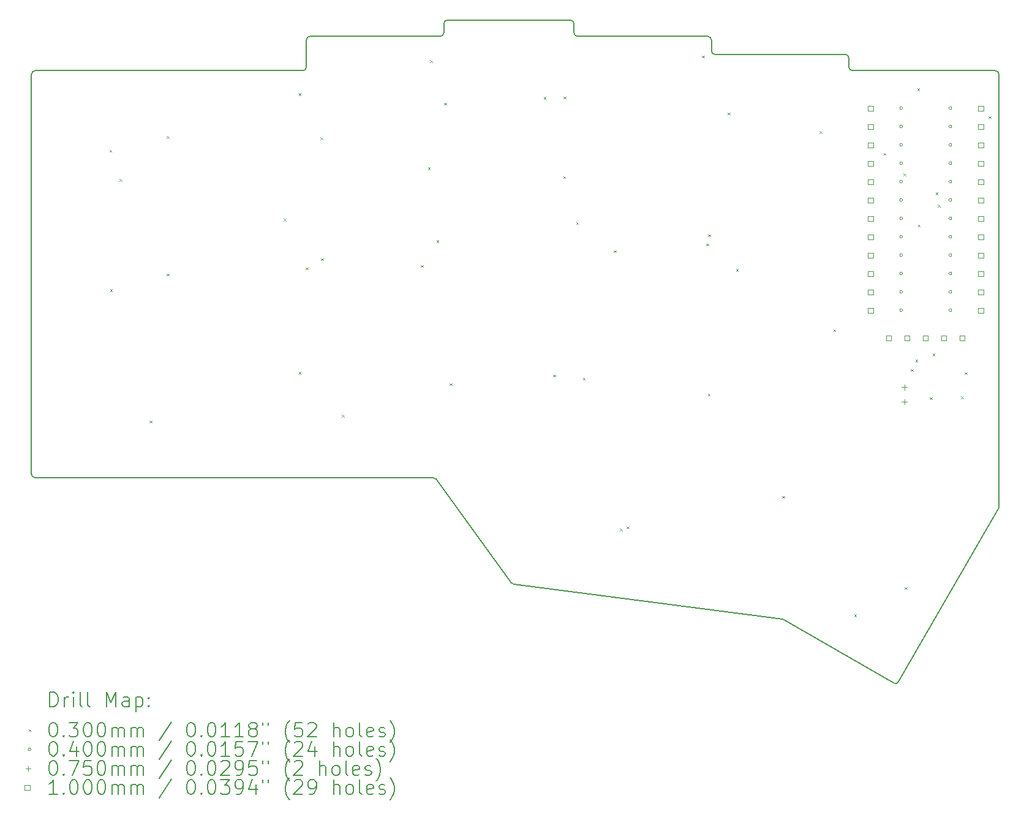
<source format=gbr>
%TF.GenerationSoftware,KiCad,Pcbnew,8.0.8+1*%
%TF.CreationDate,2025-07-08T12:52:23+00:00*%
%TF.ProjectId,corney_island_wireless_autorouted,636f726e-6579-45f6-9973-6c616e645f77,0.2*%
%TF.SameCoordinates,Original*%
%TF.FileFunction,Drillmap*%
%TF.FilePolarity,Positive*%
%FSLAX45Y45*%
G04 Gerber Fmt 4.5, Leading zero omitted, Abs format (unit mm)*
G04 Created by KiCad (PCBNEW 8.0.8+1) date 2025-07-08 12:52:23*
%MOMM*%
%LPD*%
G01*
G04 APERTURE LIST*
%ADD10C,0.150000*%
%ADD11C,0.200000*%
%ADD12C,0.100000*%
G04 APERTURE END LIST*
D10*
X9158001Y-5298999D02*
X12858001Y-5298901D01*
X12958000Y-4824000D02*
X14758000Y-4824000D01*
X20408222Y-5123778D02*
X20408278Y-5249022D01*
X16608200Y-4648800D02*
X16608200Y-4774000D01*
X14658569Y-10924000D02*
X9158198Y-10924000D01*
X14808000Y-4774000D02*
X14808000Y-4648800D01*
X19493827Y-12882201D02*
X15777297Y-12397776D01*
X22476601Y-11356702D02*
X22451800Y-11399660D01*
X15743351Y-12377643D02*
X14698978Y-10944552D01*
X12908000Y-4874000D02*
G75*
G02*
X12958000Y-4824000I50000J0D01*
G01*
X21029051Y-13764140D02*
X19512364Y-12888480D01*
X14808000Y-4774000D02*
G75*
G02*
X14758000Y-4824000I-50000J0D01*
G01*
X22483300Y-5349000D02*
X22483300Y-11331702D01*
X18458200Y-4824000D02*
G75*
G02*
X18508200Y-4874000I0J-50000D01*
G01*
X12908000Y-5248901D02*
X12908000Y-4874000D01*
X18558200Y-5073800D02*
G75*
G02*
X18508200Y-5023800I0J50000D01*
G01*
X14858000Y-4598800D02*
X16558200Y-4598800D01*
X18558200Y-5073800D02*
X20358222Y-5073800D01*
X20458278Y-5299000D02*
G75*
G02*
X20408280Y-5249022I2J50000D01*
G01*
X19493827Y-12882201D02*
G75*
G02*
X19512364Y-12888480I-6477J-49619D01*
G01*
X14808000Y-4648800D02*
G75*
G02*
X14858000Y-4598800I50000J0D01*
G01*
X20458278Y-5299000D02*
X22433300Y-5299000D01*
X9108002Y-5349001D02*
G75*
G02*
X9158001Y-5298992I50008J1D01*
G01*
X12908000Y-5248901D02*
G75*
G02*
X12858001Y-5298900I-50000J1D01*
G01*
X16658200Y-4824000D02*
G75*
G02*
X16608200Y-4774000I0J50000D01*
G01*
X22433300Y-5299000D02*
G75*
G02*
X22483300Y-5349000I0J-50000D01*
G01*
X22483300Y-11331702D02*
G75*
G02*
X22476602Y-11356703I-50020J3D01*
G01*
X16658200Y-4824000D02*
X18458200Y-4824000D01*
X21097353Y-13745837D02*
G75*
G02*
X21029050Y-13764141I-43303J24997D01*
G01*
X20358222Y-5073800D02*
G75*
G02*
X20408220Y-5123778I-2J-50000D01*
G01*
X18508200Y-4874000D02*
X18508200Y-5023800D01*
X9158198Y-10924000D02*
G75*
G02*
X9108200Y-10874002I2J50000D01*
G01*
X14658569Y-10924000D02*
G75*
G02*
X14698978Y-10944552I1J-50000D01*
G01*
X15777297Y-12397776D02*
G75*
G02*
X15743353Y-12377642I6463J49576D01*
G01*
X9108198Y-10874002D02*
X9108002Y-5349001D01*
X22451800Y-11399660D02*
X21097353Y-13745837D01*
X16558200Y-4598800D02*
G75*
G02*
X16608200Y-4648800I0J-50000D01*
G01*
D11*
D12*
X10184760Y-6391690D02*
X10214760Y-6421690D01*
X10214760Y-6391690D02*
X10184760Y-6421690D01*
X10193840Y-8321190D02*
X10223840Y-8351190D01*
X10223840Y-8321190D02*
X10193840Y-8351190D01*
X10326260Y-6797610D02*
X10356260Y-6827610D01*
X10356260Y-6797610D02*
X10326260Y-6827610D01*
X10741040Y-10134990D02*
X10771040Y-10164990D01*
X10771040Y-10134990D02*
X10741040Y-10164990D01*
X10977040Y-6204590D02*
X11007040Y-6234590D01*
X11007040Y-6204590D02*
X10977040Y-6234590D01*
X10977040Y-8102200D02*
X11007040Y-8132200D01*
X11007040Y-8102200D02*
X10977040Y-8132200D01*
X12593500Y-7347190D02*
X12623500Y-7377190D01*
X12623500Y-7347190D02*
X12593500Y-7377190D01*
X12802080Y-5611570D02*
X12832080Y-5641570D01*
X12832080Y-5611570D02*
X12802080Y-5641570D01*
X12802080Y-9461970D02*
X12832080Y-9491970D01*
X12832080Y-9461970D02*
X12802080Y-9491970D01*
X12900420Y-8019530D02*
X12930420Y-8049530D01*
X12930420Y-8019530D02*
X12900420Y-8049530D01*
X13101680Y-6217500D02*
X13131680Y-6247500D01*
X13131680Y-6217500D02*
X13101680Y-6247500D01*
X13111610Y-7893580D02*
X13141610Y-7923580D01*
X13141610Y-7893580D02*
X13111610Y-7923580D01*
X13399360Y-10055080D02*
X13429360Y-10085080D01*
X13429360Y-10055080D02*
X13399360Y-10085080D01*
X14493500Y-7985950D02*
X14523500Y-8015950D01*
X14523500Y-7985950D02*
X14493500Y-8015950D01*
X14590080Y-6635320D02*
X14620080Y-6665320D01*
X14620080Y-6635320D02*
X14590080Y-6665320D01*
X14617810Y-5152770D02*
X14647810Y-5182770D01*
X14647810Y-5152770D02*
X14617810Y-5182770D01*
X14706050Y-7643950D02*
X14736050Y-7673950D01*
X14736050Y-7643950D02*
X14706050Y-7673950D01*
X14811960Y-5742500D02*
X14841960Y-5772500D01*
X14841960Y-5742500D02*
X14811960Y-5772500D01*
X14887760Y-9617670D02*
X14917760Y-9647670D01*
X14917760Y-9617670D02*
X14887760Y-9647670D01*
X16190620Y-5662500D02*
X16220620Y-5692500D01*
X16220620Y-5662500D02*
X16190620Y-5692500D01*
X16321160Y-9500080D02*
X16351160Y-9530080D01*
X16351160Y-9500080D02*
X16321160Y-9530080D01*
X16460850Y-6755690D02*
X16490850Y-6785690D01*
X16490850Y-6755690D02*
X16460850Y-6785690D01*
X16464250Y-5654910D02*
X16494250Y-5684910D01*
X16494250Y-5654910D02*
X16464250Y-5684910D01*
X16637000Y-7390630D02*
X16667000Y-7420630D01*
X16667000Y-7390630D02*
X16637000Y-7420630D01*
X16732850Y-9541360D02*
X16762850Y-9571360D01*
X16762850Y-9541360D02*
X16732850Y-9571360D01*
X17158680Y-7782700D02*
X17188680Y-7812700D01*
X17188680Y-7782700D02*
X17158680Y-7812700D01*
X17241150Y-11630530D02*
X17271150Y-11660530D01*
X17271150Y-11630530D02*
X17241150Y-11660530D01*
X17334540Y-11601720D02*
X17364540Y-11631720D01*
X17364540Y-11601720D02*
X17334540Y-11631720D01*
X18378000Y-5090300D02*
X18408000Y-5120300D01*
X18408000Y-5090300D02*
X18378000Y-5120300D01*
X18435890Y-7687140D02*
X18465890Y-7717140D01*
X18465890Y-7687140D02*
X18435890Y-7717140D01*
X18459920Y-9762710D02*
X18489920Y-9792710D01*
X18489920Y-9762710D02*
X18459920Y-9792710D01*
X18462340Y-7561440D02*
X18492340Y-7591440D01*
X18492340Y-7561440D02*
X18462340Y-7591440D01*
X18732880Y-5876750D02*
X18762880Y-5906750D01*
X18762880Y-5876750D02*
X18732880Y-5906750D01*
X18846470Y-8039270D02*
X18876470Y-8069270D01*
X18876470Y-8039270D02*
X18846470Y-8069270D01*
X19485100Y-11175640D02*
X19515100Y-11205640D01*
X19515100Y-11175640D02*
X19485100Y-11205640D01*
X20001200Y-6134280D02*
X20031200Y-6164280D01*
X20031200Y-6134280D02*
X20001200Y-6164280D01*
X20193500Y-8873180D02*
X20223500Y-8903180D01*
X20223500Y-8873180D02*
X20193500Y-8903180D01*
X20480890Y-12813740D02*
X20510890Y-12843740D01*
X20510890Y-12813740D02*
X20480890Y-12843740D01*
X20889330Y-6437000D02*
X20919330Y-6467000D01*
X20919330Y-6437000D02*
X20889330Y-6467000D01*
X21165240Y-6717230D02*
X21195240Y-6747230D01*
X21195240Y-6717230D02*
X21165240Y-6747230D01*
X21180270Y-12440160D02*
X21210270Y-12470160D01*
X21210270Y-12440160D02*
X21180270Y-12470160D01*
X21266070Y-9424790D02*
X21296070Y-9454790D01*
X21296070Y-9424790D02*
X21266070Y-9454790D01*
X21326540Y-9293840D02*
X21356540Y-9323840D01*
X21356540Y-9293840D02*
X21326540Y-9323840D01*
X21354120Y-5541790D02*
X21384120Y-5571790D01*
X21384120Y-5541790D02*
X21354120Y-5571790D01*
X21363790Y-7427690D02*
X21393790Y-7457690D01*
X21393790Y-7427690D02*
X21363790Y-7457690D01*
X21526080Y-9815480D02*
X21556080Y-9845480D01*
X21556080Y-9815480D02*
X21526080Y-9845480D01*
X21566260Y-9206580D02*
X21596260Y-9236580D01*
X21596260Y-9206580D02*
X21566260Y-9236580D01*
X21608970Y-6982630D02*
X21638970Y-7012630D01*
X21638970Y-6982630D02*
X21608970Y-7012630D01*
X21639060Y-7151750D02*
X21669060Y-7181750D01*
X21669060Y-7151750D02*
X21639060Y-7181750D01*
X21959870Y-9802980D02*
X21989870Y-9832980D01*
X21989870Y-9802980D02*
X21959870Y-9832980D01*
X22009870Y-9466200D02*
X22039870Y-9496200D01*
X22039870Y-9466200D02*
X22009870Y-9496200D01*
X22340770Y-5929000D02*
X22370770Y-5959000D01*
X22370770Y-5929000D02*
X22340770Y-5959000D01*
X21150400Y-5817000D02*
G75*
G02*
X21110400Y-5817000I-20000J0D01*
G01*
X21110400Y-5817000D02*
G75*
G02*
X21150400Y-5817000I20000J0D01*
G01*
X21150400Y-6071000D02*
G75*
G02*
X21110400Y-6071000I-20000J0D01*
G01*
X21110400Y-6071000D02*
G75*
G02*
X21150400Y-6071000I20000J0D01*
G01*
X21150400Y-6325000D02*
G75*
G02*
X21110400Y-6325000I-20000J0D01*
G01*
X21110400Y-6325000D02*
G75*
G02*
X21150400Y-6325000I20000J0D01*
G01*
X21150400Y-6579000D02*
G75*
G02*
X21110400Y-6579000I-20000J0D01*
G01*
X21110400Y-6579000D02*
G75*
G02*
X21150400Y-6579000I20000J0D01*
G01*
X21150400Y-6833000D02*
G75*
G02*
X21110400Y-6833000I-20000J0D01*
G01*
X21110400Y-6833000D02*
G75*
G02*
X21150400Y-6833000I20000J0D01*
G01*
X21150400Y-7087000D02*
G75*
G02*
X21110400Y-7087000I-20000J0D01*
G01*
X21110400Y-7087000D02*
G75*
G02*
X21150400Y-7087000I20000J0D01*
G01*
X21150400Y-7341000D02*
G75*
G02*
X21110400Y-7341000I-20000J0D01*
G01*
X21110400Y-7341000D02*
G75*
G02*
X21150400Y-7341000I20000J0D01*
G01*
X21150400Y-7595000D02*
G75*
G02*
X21110400Y-7595000I-20000J0D01*
G01*
X21110400Y-7595000D02*
G75*
G02*
X21150400Y-7595000I20000J0D01*
G01*
X21150400Y-7849000D02*
G75*
G02*
X21110400Y-7849000I-20000J0D01*
G01*
X21110400Y-7849000D02*
G75*
G02*
X21150400Y-7849000I20000J0D01*
G01*
X21150400Y-8103000D02*
G75*
G02*
X21110400Y-8103000I-20000J0D01*
G01*
X21110400Y-8103000D02*
G75*
G02*
X21150400Y-8103000I20000J0D01*
G01*
X21150400Y-8357000D02*
G75*
G02*
X21110400Y-8357000I-20000J0D01*
G01*
X21110400Y-8357000D02*
G75*
G02*
X21150400Y-8357000I20000J0D01*
G01*
X21150400Y-8611000D02*
G75*
G02*
X21110400Y-8611000I-20000J0D01*
G01*
X21110400Y-8611000D02*
G75*
G02*
X21150400Y-8611000I20000J0D01*
G01*
X21830400Y-5817000D02*
G75*
G02*
X21790400Y-5817000I-20000J0D01*
G01*
X21790400Y-5817000D02*
G75*
G02*
X21830400Y-5817000I20000J0D01*
G01*
X21830400Y-6071000D02*
G75*
G02*
X21790400Y-6071000I-20000J0D01*
G01*
X21790400Y-6071000D02*
G75*
G02*
X21830400Y-6071000I20000J0D01*
G01*
X21830400Y-6325000D02*
G75*
G02*
X21790400Y-6325000I-20000J0D01*
G01*
X21790400Y-6325000D02*
G75*
G02*
X21830400Y-6325000I20000J0D01*
G01*
X21830400Y-6579000D02*
G75*
G02*
X21790400Y-6579000I-20000J0D01*
G01*
X21790400Y-6579000D02*
G75*
G02*
X21830400Y-6579000I20000J0D01*
G01*
X21830400Y-6833000D02*
G75*
G02*
X21790400Y-6833000I-20000J0D01*
G01*
X21790400Y-6833000D02*
G75*
G02*
X21830400Y-6833000I20000J0D01*
G01*
X21830400Y-7087000D02*
G75*
G02*
X21790400Y-7087000I-20000J0D01*
G01*
X21790400Y-7087000D02*
G75*
G02*
X21830400Y-7087000I20000J0D01*
G01*
X21830400Y-7341000D02*
G75*
G02*
X21790400Y-7341000I-20000J0D01*
G01*
X21790400Y-7341000D02*
G75*
G02*
X21830400Y-7341000I20000J0D01*
G01*
X21830400Y-7595000D02*
G75*
G02*
X21790400Y-7595000I-20000J0D01*
G01*
X21790400Y-7595000D02*
G75*
G02*
X21830400Y-7595000I20000J0D01*
G01*
X21830400Y-7849000D02*
G75*
G02*
X21790400Y-7849000I-20000J0D01*
G01*
X21790400Y-7849000D02*
G75*
G02*
X21830400Y-7849000I20000J0D01*
G01*
X21830400Y-8103000D02*
G75*
G02*
X21790400Y-8103000I-20000J0D01*
G01*
X21790400Y-8103000D02*
G75*
G02*
X21830400Y-8103000I20000J0D01*
G01*
X21830400Y-8357000D02*
G75*
G02*
X21790400Y-8357000I-20000J0D01*
G01*
X21790400Y-8357000D02*
G75*
G02*
X21830400Y-8357000I20000J0D01*
G01*
X21830400Y-8611000D02*
G75*
G02*
X21790400Y-8611000I-20000J0D01*
G01*
X21790400Y-8611000D02*
G75*
G02*
X21830400Y-8611000I20000J0D01*
G01*
X21175000Y-9637500D02*
X21175000Y-9712500D01*
X21137500Y-9675000D02*
X21212500Y-9675000D01*
X21175000Y-9837500D02*
X21175000Y-9912500D01*
X21137500Y-9875000D02*
X21212500Y-9875000D01*
X20743756Y-5852356D02*
X20743756Y-5781644D01*
X20673044Y-5781644D01*
X20673044Y-5852356D01*
X20743756Y-5852356D01*
X20743756Y-6106356D02*
X20743756Y-6035644D01*
X20673044Y-6035644D01*
X20673044Y-6106356D01*
X20743756Y-6106356D01*
X20743756Y-6360356D02*
X20743756Y-6289644D01*
X20673044Y-6289644D01*
X20673044Y-6360356D01*
X20743756Y-6360356D01*
X20743756Y-6614356D02*
X20743756Y-6543644D01*
X20673044Y-6543644D01*
X20673044Y-6614356D01*
X20743756Y-6614356D01*
X20743756Y-6868356D02*
X20743756Y-6797644D01*
X20673044Y-6797644D01*
X20673044Y-6868356D01*
X20743756Y-6868356D01*
X20743756Y-7122356D02*
X20743756Y-7051644D01*
X20673044Y-7051644D01*
X20673044Y-7122356D01*
X20743756Y-7122356D01*
X20743756Y-7376356D02*
X20743756Y-7305644D01*
X20673044Y-7305644D01*
X20673044Y-7376356D01*
X20743756Y-7376356D01*
X20743756Y-7630356D02*
X20743756Y-7559644D01*
X20673044Y-7559644D01*
X20673044Y-7630356D01*
X20743756Y-7630356D01*
X20743756Y-7884356D02*
X20743756Y-7813644D01*
X20673044Y-7813644D01*
X20673044Y-7884356D01*
X20743756Y-7884356D01*
X20743756Y-8138356D02*
X20743756Y-8067644D01*
X20673044Y-8067644D01*
X20673044Y-8138356D01*
X20743756Y-8138356D01*
X20743756Y-8392356D02*
X20743756Y-8321644D01*
X20673044Y-8321644D01*
X20673044Y-8392356D01*
X20743756Y-8392356D01*
X20743756Y-8646356D02*
X20743756Y-8575644D01*
X20673044Y-8575644D01*
X20673044Y-8646356D01*
X20743756Y-8646356D01*
X20992056Y-9030356D02*
X20992056Y-8959644D01*
X20921344Y-8959644D01*
X20921344Y-9030356D01*
X20992056Y-9030356D01*
X21246056Y-9030356D02*
X21246056Y-8959644D01*
X21175344Y-8959644D01*
X21175344Y-9030356D01*
X21246056Y-9030356D01*
X21500056Y-9030356D02*
X21500056Y-8959644D01*
X21429344Y-8959644D01*
X21429344Y-9030356D01*
X21500056Y-9030356D01*
X21754056Y-9030356D02*
X21754056Y-8959644D01*
X21683344Y-8959644D01*
X21683344Y-9030356D01*
X21754056Y-9030356D01*
X22008056Y-9030356D02*
X22008056Y-8959644D01*
X21937344Y-8959644D01*
X21937344Y-9030356D01*
X22008056Y-9030356D01*
X22267756Y-5852356D02*
X22267756Y-5781644D01*
X22197044Y-5781644D01*
X22197044Y-5852356D01*
X22267756Y-5852356D01*
X22267756Y-6106356D02*
X22267756Y-6035644D01*
X22197044Y-6035644D01*
X22197044Y-6106356D01*
X22267756Y-6106356D01*
X22267756Y-6360356D02*
X22267756Y-6289644D01*
X22197044Y-6289644D01*
X22197044Y-6360356D01*
X22267756Y-6360356D01*
X22267756Y-6614356D02*
X22267756Y-6543644D01*
X22197044Y-6543644D01*
X22197044Y-6614356D01*
X22267756Y-6614356D01*
X22267756Y-6868356D02*
X22267756Y-6797644D01*
X22197044Y-6797644D01*
X22197044Y-6868356D01*
X22267756Y-6868356D01*
X22267756Y-7122356D02*
X22267756Y-7051644D01*
X22197044Y-7051644D01*
X22197044Y-7122356D01*
X22267756Y-7122356D01*
X22267756Y-7376356D02*
X22267756Y-7305644D01*
X22197044Y-7305644D01*
X22197044Y-7376356D01*
X22267756Y-7376356D01*
X22267756Y-7630356D02*
X22267756Y-7559644D01*
X22197044Y-7559644D01*
X22197044Y-7630356D01*
X22267756Y-7630356D01*
X22267756Y-7884356D02*
X22267756Y-7813644D01*
X22197044Y-7813644D01*
X22197044Y-7884356D01*
X22267756Y-7884356D01*
X22267756Y-8138356D02*
X22267756Y-8067644D01*
X22197044Y-8067644D01*
X22197044Y-8138356D01*
X22267756Y-8138356D01*
X22267756Y-8392356D02*
X22267756Y-8321644D01*
X22197044Y-8321644D01*
X22197044Y-8392356D01*
X22267756Y-8392356D01*
X22267756Y-8646356D02*
X22267756Y-8575644D01*
X22197044Y-8575644D01*
X22197044Y-8646356D01*
X22267756Y-8646356D01*
D11*
X9361279Y-14089824D02*
X9361279Y-13889824D01*
X9361279Y-13889824D02*
X9408898Y-13889824D01*
X9408898Y-13889824D02*
X9437469Y-13899348D01*
X9437469Y-13899348D02*
X9456517Y-13918395D01*
X9456517Y-13918395D02*
X9466041Y-13937443D01*
X9466041Y-13937443D02*
X9475564Y-13975538D01*
X9475564Y-13975538D02*
X9475564Y-14004109D01*
X9475564Y-14004109D02*
X9466041Y-14042205D01*
X9466041Y-14042205D02*
X9456517Y-14061252D01*
X9456517Y-14061252D02*
X9437469Y-14080300D01*
X9437469Y-14080300D02*
X9408898Y-14089824D01*
X9408898Y-14089824D02*
X9361279Y-14089824D01*
X9561279Y-14089824D02*
X9561279Y-13956490D01*
X9561279Y-13994586D02*
X9570802Y-13975538D01*
X9570802Y-13975538D02*
X9580326Y-13966014D01*
X9580326Y-13966014D02*
X9599374Y-13956490D01*
X9599374Y-13956490D02*
X9618422Y-13956490D01*
X9685088Y-14089824D02*
X9685088Y-13956490D01*
X9685088Y-13889824D02*
X9675564Y-13899348D01*
X9675564Y-13899348D02*
X9685088Y-13908871D01*
X9685088Y-13908871D02*
X9694612Y-13899348D01*
X9694612Y-13899348D02*
X9685088Y-13889824D01*
X9685088Y-13889824D02*
X9685088Y-13908871D01*
X9808898Y-14089824D02*
X9789850Y-14080300D01*
X9789850Y-14080300D02*
X9780326Y-14061252D01*
X9780326Y-14061252D02*
X9780326Y-13889824D01*
X9913660Y-14089824D02*
X9894612Y-14080300D01*
X9894612Y-14080300D02*
X9885088Y-14061252D01*
X9885088Y-14061252D02*
X9885088Y-13889824D01*
X10142231Y-14089824D02*
X10142231Y-13889824D01*
X10142231Y-13889824D02*
X10208898Y-14032681D01*
X10208898Y-14032681D02*
X10275564Y-13889824D01*
X10275564Y-13889824D02*
X10275564Y-14089824D01*
X10456517Y-14089824D02*
X10456517Y-13985062D01*
X10456517Y-13985062D02*
X10446993Y-13966014D01*
X10446993Y-13966014D02*
X10427945Y-13956490D01*
X10427945Y-13956490D02*
X10389850Y-13956490D01*
X10389850Y-13956490D02*
X10370802Y-13966014D01*
X10456517Y-14080300D02*
X10437469Y-14089824D01*
X10437469Y-14089824D02*
X10389850Y-14089824D01*
X10389850Y-14089824D02*
X10370802Y-14080300D01*
X10370802Y-14080300D02*
X10361279Y-14061252D01*
X10361279Y-14061252D02*
X10361279Y-14042205D01*
X10361279Y-14042205D02*
X10370802Y-14023157D01*
X10370802Y-14023157D02*
X10389850Y-14013633D01*
X10389850Y-14013633D02*
X10437469Y-14013633D01*
X10437469Y-14013633D02*
X10456517Y-14004109D01*
X10551755Y-13956490D02*
X10551755Y-14156490D01*
X10551755Y-13966014D02*
X10570802Y-13956490D01*
X10570802Y-13956490D02*
X10608898Y-13956490D01*
X10608898Y-13956490D02*
X10627945Y-13966014D01*
X10627945Y-13966014D02*
X10637469Y-13975538D01*
X10637469Y-13975538D02*
X10646993Y-13994586D01*
X10646993Y-13994586D02*
X10646993Y-14051728D01*
X10646993Y-14051728D02*
X10637469Y-14070776D01*
X10637469Y-14070776D02*
X10627945Y-14080300D01*
X10627945Y-14080300D02*
X10608898Y-14089824D01*
X10608898Y-14089824D02*
X10570802Y-14089824D01*
X10570802Y-14089824D02*
X10551755Y-14080300D01*
X10732707Y-14070776D02*
X10742231Y-14080300D01*
X10742231Y-14080300D02*
X10732707Y-14089824D01*
X10732707Y-14089824D02*
X10723183Y-14080300D01*
X10723183Y-14080300D02*
X10732707Y-14070776D01*
X10732707Y-14070776D02*
X10732707Y-14089824D01*
X10732707Y-13966014D02*
X10742231Y-13975538D01*
X10742231Y-13975538D02*
X10732707Y-13985062D01*
X10732707Y-13985062D02*
X10723183Y-13975538D01*
X10723183Y-13975538D02*
X10732707Y-13966014D01*
X10732707Y-13966014D02*
X10732707Y-13985062D01*
D12*
X9070502Y-14403340D02*
X9100502Y-14433340D01*
X9100502Y-14403340D02*
X9070502Y-14433340D01*
D11*
X9399374Y-14309824D02*
X9418422Y-14309824D01*
X9418422Y-14309824D02*
X9437469Y-14319348D01*
X9437469Y-14319348D02*
X9446993Y-14328871D01*
X9446993Y-14328871D02*
X9456517Y-14347919D01*
X9456517Y-14347919D02*
X9466041Y-14386014D01*
X9466041Y-14386014D02*
X9466041Y-14433633D01*
X9466041Y-14433633D02*
X9456517Y-14471728D01*
X9456517Y-14471728D02*
X9446993Y-14490776D01*
X9446993Y-14490776D02*
X9437469Y-14500300D01*
X9437469Y-14500300D02*
X9418422Y-14509824D01*
X9418422Y-14509824D02*
X9399374Y-14509824D01*
X9399374Y-14509824D02*
X9380326Y-14500300D01*
X9380326Y-14500300D02*
X9370802Y-14490776D01*
X9370802Y-14490776D02*
X9361279Y-14471728D01*
X9361279Y-14471728D02*
X9351755Y-14433633D01*
X9351755Y-14433633D02*
X9351755Y-14386014D01*
X9351755Y-14386014D02*
X9361279Y-14347919D01*
X9361279Y-14347919D02*
X9370802Y-14328871D01*
X9370802Y-14328871D02*
X9380326Y-14319348D01*
X9380326Y-14319348D02*
X9399374Y-14309824D01*
X9551755Y-14490776D02*
X9561279Y-14500300D01*
X9561279Y-14500300D02*
X9551755Y-14509824D01*
X9551755Y-14509824D02*
X9542231Y-14500300D01*
X9542231Y-14500300D02*
X9551755Y-14490776D01*
X9551755Y-14490776D02*
X9551755Y-14509824D01*
X9627945Y-14309824D02*
X9751755Y-14309824D01*
X9751755Y-14309824D02*
X9685088Y-14386014D01*
X9685088Y-14386014D02*
X9713660Y-14386014D01*
X9713660Y-14386014D02*
X9732707Y-14395538D01*
X9732707Y-14395538D02*
X9742231Y-14405062D01*
X9742231Y-14405062D02*
X9751755Y-14424109D01*
X9751755Y-14424109D02*
X9751755Y-14471728D01*
X9751755Y-14471728D02*
X9742231Y-14490776D01*
X9742231Y-14490776D02*
X9732707Y-14500300D01*
X9732707Y-14500300D02*
X9713660Y-14509824D01*
X9713660Y-14509824D02*
X9656517Y-14509824D01*
X9656517Y-14509824D02*
X9637469Y-14500300D01*
X9637469Y-14500300D02*
X9627945Y-14490776D01*
X9875564Y-14309824D02*
X9894612Y-14309824D01*
X9894612Y-14309824D02*
X9913660Y-14319348D01*
X9913660Y-14319348D02*
X9923183Y-14328871D01*
X9923183Y-14328871D02*
X9932707Y-14347919D01*
X9932707Y-14347919D02*
X9942231Y-14386014D01*
X9942231Y-14386014D02*
X9942231Y-14433633D01*
X9942231Y-14433633D02*
X9932707Y-14471728D01*
X9932707Y-14471728D02*
X9923183Y-14490776D01*
X9923183Y-14490776D02*
X9913660Y-14500300D01*
X9913660Y-14500300D02*
X9894612Y-14509824D01*
X9894612Y-14509824D02*
X9875564Y-14509824D01*
X9875564Y-14509824D02*
X9856517Y-14500300D01*
X9856517Y-14500300D02*
X9846993Y-14490776D01*
X9846993Y-14490776D02*
X9837469Y-14471728D01*
X9837469Y-14471728D02*
X9827945Y-14433633D01*
X9827945Y-14433633D02*
X9827945Y-14386014D01*
X9827945Y-14386014D02*
X9837469Y-14347919D01*
X9837469Y-14347919D02*
X9846993Y-14328871D01*
X9846993Y-14328871D02*
X9856517Y-14319348D01*
X9856517Y-14319348D02*
X9875564Y-14309824D01*
X10066041Y-14309824D02*
X10085088Y-14309824D01*
X10085088Y-14309824D02*
X10104136Y-14319348D01*
X10104136Y-14319348D02*
X10113660Y-14328871D01*
X10113660Y-14328871D02*
X10123183Y-14347919D01*
X10123183Y-14347919D02*
X10132707Y-14386014D01*
X10132707Y-14386014D02*
X10132707Y-14433633D01*
X10132707Y-14433633D02*
X10123183Y-14471728D01*
X10123183Y-14471728D02*
X10113660Y-14490776D01*
X10113660Y-14490776D02*
X10104136Y-14500300D01*
X10104136Y-14500300D02*
X10085088Y-14509824D01*
X10085088Y-14509824D02*
X10066041Y-14509824D01*
X10066041Y-14509824D02*
X10046993Y-14500300D01*
X10046993Y-14500300D02*
X10037469Y-14490776D01*
X10037469Y-14490776D02*
X10027945Y-14471728D01*
X10027945Y-14471728D02*
X10018422Y-14433633D01*
X10018422Y-14433633D02*
X10018422Y-14386014D01*
X10018422Y-14386014D02*
X10027945Y-14347919D01*
X10027945Y-14347919D02*
X10037469Y-14328871D01*
X10037469Y-14328871D02*
X10046993Y-14319348D01*
X10046993Y-14319348D02*
X10066041Y-14309824D01*
X10218422Y-14509824D02*
X10218422Y-14376490D01*
X10218422Y-14395538D02*
X10227945Y-14386014D01*
X10227945Y-14386014D02*
X10246993Y-14376490D01*
X10246993Y-14376490D02*
X10275564Y-14376490D01*
X10275564Y-14376490D02*
X10294612Y-14386014D01*
X10294612Y-14386014D02*
X10304136Y-14405062D01*
X10304136Y-14405062D02*
X10304136Y-14509824D01*
X10304136Y-14405062D02*
X10313660Y-14386014D01*
X10313660Y-14386014D02*
X10332707Y-14376490D01*
X10332707Y-14376490D02*
X10361279Y-14376490D01*
X10361279Y-14376490D02*
X10380326Y-14386014D01*
X10380326Y-14386014D02*
X10389850Y-14405062D01*
X10389850Y-14405062D02*
X10389850Y-14509824D01*
X10485088Y-14509824D02*
X10485088Y-14376490D01*
X10485088Y-14395538D02*
X10494612Y-14386014D01*
X10494612Y-14386014D02*
X10513660Y-14376490D01*
X10513660Y-14376490D02*
X10542231Y-14376490D01*
X10542231Y-14376490D02*
X10561279Y-14386014D01*
X10561279Y-14386014D02*
X10570803Y-14405062D01*
X10570803Y-14405062D02*
X10570803Y-14509824D01*
X10570803Y-14405062D02*
X10580326Y-14386014D01*
X10580326Y-14386014D02*
X10599374Y-14376490D01*
X10599374Y-14376490D02*
X10627945Y-14376490D01*
X10627945Y-14376490D02*
X10646993Y-14386014D01*
X10646993Y-14386014D02*
X10656517Y-14405062D01*
X10656517Y-14405062D02*
X10656517Y-14509824D01*
X11046993Y-14300300D02*
X10875565Y-14557443D01*
X11304136Y-14309824D02*
X11323184Y-14309824D01*
X11323184Y-14309824D02*
X11342231Y-14319348D01*
X11342231Y-14319348D02*
X11351755Y-14328871D01*
X11351755Y-14328871D02*
X11361279Y-14347919D01*
X11361279Y-14347919D02*
X11370803Y-14386014D01*
X11370803Y-14386014D02*
X11370803Y-14433633D01*
X11370803Y-14433633D02*
X11361279Y-14471728D01*
X11361279Y-14471728D02*
X11351755Y-14490776D01*
X11351755Y-14490776D02*
X11342231Y-14500300D01*
X11342231Y-14500300D02*
X11323184Y-14509824D01*
X11323184Y-14509824D02*
X11304136Y-14509824D01*
X11304136Y-14509824D02*
X11285088Y-14500300D01*
X11285088Y-14500300D02*
X11275564Y-14490776D01*
X11275564Y-14490776D02*
X11266041Y-14471728D01*
X11266041Y-14471728D02*
X11256517Y-14433633D01*
X11256517Y-14433633D02*
X11256517Y-14386014D01*
X11256517Y-14386014D02*
X11266041Y-14347919D01*
X11266041Y-14347919D02*
X11275564Y-14328871D01*
X11275564Y-14328871D02*
X11285088Y-14319348D01*
X11285088Y-14319348D02*
X11304136Y-14309824D01*
X11456517Y-14490776D02*
X11466041Y-14500300D01*
X11466041Y-14500300D02*
X11456517Y-14509824D01*
X11456517Y-14509824D02*
X11446993Y-14500300D01*
X11446993Y-14500300D02*
X11456517Y-14490776D01*
X11456517Y-14490776D02*
X11456517Y-14509824D01*
X11589850Y-14309824D02*
X11608898Y-14309824D01*
X11608898Y-14309824D02*
X11627945Y-14319348D01*
X11627945Y-14319348D02*
X11637469Y-14328871D01*
X11637469Y-14328871D02*
X11646993Y-14347919D01*
X11646993Y-14347919D02*
X11656517Y-14386014D01*
X11656517Y-14386014D02*
X11656517Y-14433633D01*
X11656517Y-14433633D02*
X11646993Y-14471728D01*
X11646993Y-14471728D02*
X11637469Y-14490776D01*
X11637469Y-14490776D02*
X11627945Y-14500300D01*
X11627945Y-14500300D02*
X11608898Y-14509824D01*
X11608898Y-14509824D02*
X11589850Y-14509824D01*
X11589850Y-14509824D02*
X11570803Y-14500300D01*
X11570803Y-14500300D02*
X11561279Y-14490776D01*
X11561279Y-14490776D02*
X11551755Y-14471728D01*
X11551755Y-14471728D02*
X11542231Y-14433633D01*
X11542231Y-14433633D02*
X11542231Y-14386014D01*
X11542231Y-14386014D02*
X11551755Y-14347919D01*
X11551755Y-14347919D02*
X11561279Y-14328871D01*
X11561279Y-14328871D02*
X11570803Y-14319348D01*
X11570803Y-14319348D02*
X11589850Y-14309824D01*
X11846993Y-14509824D02*
X11732707Y-14509824D01*
X11789850Y-14509824D02*
X11789850Y-14309824D01*
X11789850Y-14309824D02*
X11770803Y-14338395D01*
X11770803Y-14338395D02*
X11751755Y-14357443D01*
X11751755Y-14357443D02*
X11732707Y-14366967D01*
X12037469Y-14509824D02*
X11923184Y-14509824D01*
X11980326Y-14509824D02*
X11980326Y-14309824D01*
X11980326Y-14309824D02*
X11961279Y-14338395D01*
X11961279Y-14338395D02*
X11942231Y-14357443D01*
X11942231Y-14357443D02*
X11923184Y-14366967D01*
X12151755Y-14395538D02*
X12132707Y-14386014D01*
X12132707Y-14386014D02*
X12123184Y-14376490D01*
X12123184Y-14376490D02*
X12113660Y-14357443D01*
X12113660Y-14357443D02*
X12113660Y-14347919D01*
X12113660Y-14347919D02*
X12123184Y-14328871D01*
X12123184Y-14328871D02*
X12132707Y-14319348D01*
X12132707Y-14319348D02*
X12151755Y-14309824D01*
X12151755Y-14309824D02*
X12189850Y-14309824D01*
X12189850Y-14309824D02*
X12208898Y-14319348D01*
X12208898Y-14319348D02*
X12218422Y-14328871D01*
X12218422Y-14328871D02*
X12227945Y-14347919D01*
X12227945Y-14347919D02*
X12227945Y-14357443D01*
X12227945Y-14357443D02*
X12218422Y-14376490D01*
X12218422Y-14376490D02*
X12208898Y-14386014D01*
X12208898Y-14386014D02*
X12189850Y-14395538D01*
X12189850Y-14395538D02*
X12151755Y-14395538D01*
X12151755Y-14395538D02*
X12132707Y-14405062D01*
X12132707Y-14405062D02*
X12123184Y-14414586D01*
X12123184Y-14414586D02*
X12113660Y-14433633D01*
X12113660Y-14433633D02*
X12113660Y-14471728D01*
X12113660Y-14471728D02*
X12123184Y-14490776D01*
X12123184Y-14490776D02*
X12132707Y-14500300D01*
X12132707Y-14500300D02*
X12151755Y-14509824D01*
X12151755Y-14509824D02*
X12189850Y-14509824D01*
X12189850Y-14509824D02*
X12208898Y-14500300D01*
X12208898Y-14500300D02*
X12218422Y-14490776D01*
X12218422Y-14490776D02*
X12227945Y-14471728D01*
X12227945Y-14471728D02*
X12227945Y-14433633D01*
X12227945Y-14433633D02*
X12218422Y-14414586D01*
X12218422Y-14414586D02*
X12208898Y-14405062D01*
X12208898Y-14405062D02*
X12189850Y-14395538D01*
X12304136Y-14309824D02*
X12304136Y-14347919D01*
X12380326Y-14309824D02*
X12380326Y-14347919D01*
X12675565Y-14586014D02*
X12666041Y-14576490D01*
X12666041Y-14576490D02*
X12646993Y-14547919D01*
X12646993Y-14547919D02*
X12637469Y-14528871D01*
X12637469Y-14528871D02*
X12627946Y-14500300D01*
X12627946Y-14500300D02*
X12618422Y-14452681D01*
X12618422Y-14452681D02*
X12618422Y-14414586D01*
X12618422Y-14414586D02*
X12627946Y-14366967D01*
X12627946Y-14366967D02*
X12637469Y-14338395D01*
X12637469Y-14338395D02*
X12646993Y-14319348D01*
X12646993Y-14319348D02*
X12666041Y-14290776D01*
X12666041Y-14290776D02*
X12675565Y-14281252D01*
X12846993Y-14309824D02*
X12751755Y-14309824D01*
X12751755Y-14309824D02*
X12742231Y-14405062D01*
X12742231Y-14405062D02*
X12751755Y-14395538D01*
X12751755Y-14395538D02*
X12770803Y-14386014D01*
X12770803Y-14386014D02*
X12818422Y-14386014D01*
X12818422Y-14386014D02*
X12837469Y-14395538D01*
X12837469Y-14395538D02*
X12846993Y-14405062D01*
X12846993Y-14405062D02*
X12856517Y-14424109D01*
X12856517Y-14424109D02*
X12856517Y-14471728D01*
X12856517Y-14471728D02*
X12846993Y-14490776D01*
X12846993Y-14490776D02*
X12837469Y-14500300D01*
X12837469Y-14500300D02*
X12818422Y-14509824D01*
X12818422Y-14509824D02*
X12770803Y-14509824D01*
X12770803Y-14509824D02*
X12751755Y-14500300D01*
X12751755Y-14500300D02*
X12742231Y-14490776D01*
X12932707Y-14328871D02*
X12942231Y-14319348D01*
X12942231Y-14319348D02*
X12961279Y-14309824D01*
X12961279Y-14309824D02*
X13008898Y-14309824D01*
X13008898Y-14309824D02*
X13027946Y-14319348D01*
X13027946Y-14319348D02*
X13037469Y-14328871D01*
X13037469Y-14328871D02*
X13046993Y-14347919D01*
X13046993Y-14347919D02*
X13046993Y-14366967D01*
X13046993Y-14366967D02*
X13037469Y-14395538D01*
X13037469Y-14395538D02*
X12923184Y-14509824D01*
X12923184Y-14509824D02*
X13046993Y-14509824D01*
X13285088Y-14509824D02*
X13285088Y-14309824D01*
X13370803Y-14509824D02*
X13370803Y-14405062D01*
X13370803Y-14405062D02*
X13361279Y-14386014D01*
X13361279Y-14386014D02*
X13342231Y-14376490D01*
X13342231Y-14376490D02*
X13313660Y-14376490D01*
X13313660Y-14376490D02*
X13294612Y-14386014D01*
X13294612Y-14386014D02*
X13285088Y-14395538D01*
X13494612Y-14509824D02*
X13475565Y-14500300D01*
X13475565Y-14500300D02*
X13466041Y-14490776D01*
X13466041Y-14490776D02*
X13456517Y-14471728D01*
X13456517Y-14471728D02*
X13456517Y-14414586D01*
X13456517Y-14414586D02*
X13466041Y-14395538D01*
X13466041Y-14395538D02*
X13475565Y-14386014D01*
X13475565Y-14386014D02*
X13494612Y-14376490D01*
X13494612Y-14376490D02*
X13523184Y-14376490D01*
X13523184Y-14376490D02*
X13542231Y-14386014D01*
X13542231Y-14386014D02*
X13551755Y-14395538D01*
X13551755Y-14395538D02*
X13561279Y-14414586D01*
X13561279Y-14414586D02*
X13561279Y-14471728D01*
X13561279Y-14471728D02*
X13551755Y-14490776D01*
X13551755Y-14490776D02*
X13542231Y-14500300D01*
X13542231Y-14500300D02*
X13523184Y-14509824D01*
X13523184Y-14509824D02*
X13494612Y-14509824D01*
X13675565Y-14509824D02*
X13656517Y-14500300D01*
X13656517Y-14500300D02*
X13646993Y-14481252D01*
X13646993Y-14481252D02*
X13646993Y-14309824D01*
X13827946Y-14500300D02*
X13808898Y-14509824D01*
X13808898Y-14509824D02*
X13770803Y-14509824D01*
X13770803Y-14509824D02*
X13751755Y-14500300D01*
X13751755Y-14500300D02*
X13742231Y-14481252D01*
X13742231Y-14481252D02*
X13742231Y-14405062D01*
X13742231Y-14405062D02*
X13751755Y-14386014D01*
X13751755Y-14386014D02*
X13770803Y-14376490D01*
X13770803Y-14376490D02*
X13808898Y-14376490D01*
X13808898Y-14376490D02*
X13827946Y-14386014D01*
X13827946Y-14386014D02*
X13837469Y-14405062D01*
X13837469Y-14405062D02*
X13837469Y-14424109D01*
X13837469Y-14424109D02*
X13742231Y-14443157D01*
X13913660Y-14500300D02*
X13932708Y-14509824D01*
X13932708Y-14509824D02*
X13970803Y-14509824D01*
X13970803Y-14509824D02*
X13989850Y-14500300D01*
X13989850Y-14500300D02*
X13999374Y-14481252D01*
X13999374Y-14481252D02*
X13999374Y-14471728D01*
X13999374Y-14471728D02*
X13989850Y-14452681D01*
X13989850Y-14452681D02*
X13970803Y-14443157D01*
X13970803Y-14443157D02*
X13942231Y-14443157D01*
X13942231Y-14443157D02*
X13923184Y-14433633D01*
X13923184Y-14433633D02*
X13913660Y-14414586D01*
X13913660Y-14414586D02*
X13913660Y-14405062D01*
X13913660Y-14405062D02*
X13923184Y-14386014D01*
X13923184Y-14386014D02*
X13942231Y-14376490D01*
X13942231Y-14376490D02*
X13970803Y-14376490D01*
X13970803Y-14376490D02*
X13989850Y-14386014D01*
X14066041Y-14586014D02*
X14075565Y-14576490D01*
X14075565Y-14576490D02*
X14094612Y-14547919D01*
X14094612Y-14547919D02*
X14104136Y-14528871D01*
X14104136Y-14528871D02*
X14113660Y-14500300D01*
X14113660Y-14500300D02*
X14123184Y-14452681D01*
X14123184Y-14452681D02*
X14123184Y-14414586D01*
X14123184Y-14414586D02*
X14113660Y-14366967D01*
X14113660Y-14366967D02*
X14104136Y-14338395D01*
X14104136Y-14338395D02*
X14094612Y-14319348D01*
X14094612Y-14319348D02*
X14075565Y-14290776D01*
X14075565Y-14290776D02*
X14066041Y-14281252D01*
D12*
X9100502Y-14682340D02*
G75*
G02*
X9060502Y-14682340I-20000J0D01*
G01*
X9060502Y-14682340D02*
G75*
G02*
X9100502Y-14682340I20000J0D01*
G01*
D11*
X9399374Y-14573824D02*
X9418422Y-14573824D01*
X9418422Y-14573824D02*
X9437469Y-14583348D01*
X9437469Y-14583348D02*
X9446993Y-14592871D01*
X9446993Y-14592871D02*
X9456517Y-14611919D01*
X9456517Y-14611919D02*
X9466041Y-14650014D01*
X9466041Y-14650014D02*
X9466041Y-14697633D01*
X9466041Y-14697633D02*
X9456517Y-14735728D01*
X9456517Y-14735728D02*
X9446993Y-14754776D01*
X9446993Y-14754776D02*
X9437469Y-14764300D01*
X9437469Y-14764300D02*
X9418422Y-14773824D01*
X9418422Y-14773824D02*
X9399374Y-14773824D01*
X9399374Y-14773824D02*
X9380326Y-14764300D01*
X9380326Y-14764300D02*
X9370802Y-14754776D01*
X9370802Y-14754776D02*
X9361279Y-14735728D01*
X9361279Y-14735728D02*
X9351755Y-14697633D01*
X9351755Y-14697633D02*
X9351755Y-14650014D01*
X9351755Y-14650014D02*
X9361279Y-14611919D01*
X9361279Y-14611919D02*
X9370802Y-14592871D01*
X9370802Y-14592871D02*
X9380326Y-14583348D01*
X9380326Y-14583348D02*
X9399374Y-14573824D01*
X9551755Y-14754776D02*
X9561279Y-14764300D01*
X9561279Y-14764300D02*
X9551755Y-14773824D01*
X9551755Y-14773824D02*
X9542231Y-14764300D01*
X9542231Y-14764300D02*
X9551755Y-14754776D01*
X9551755Y-14754776D02*
X9551755Y-14773824D01*
X9732707Y-14640490D02*
X9732707Y-14773824D01*
X9685088Y-14564300D02*
X9637469Y-14707157D01*
X9637469Y-14707157D02*
X9761279Y-14707157D01*
X9875564Y-14573824D02*
X9894612Y-14573824D01*
X9894612Y-14573824D02*
X9913660Y-14583348D01*
X9913660Y-14583348D02*
X9923183Y-14592871D01*
X9923183Y-14592871D02*
X9932707Y-14611919D01*
X9932707Y-14611919D02*
X9942231Y-14650014D01*
X9942231Y-14650014D02*
X9942231Y-14697633D01*
X9942231Y-14697633D02*
X9932707Y-14735728D01*
X9932707Y-14735728D02*
X9923183Y-14754776D01*
X9923183Y-14754776D02*
X9913660Y-14764300D01*
X9913660Y-14764300D02*
X9894612Y-14773824D01*
X9894612Y-14773824D02*
X9875564Y-14773824D01*
X9875564Y-14773824D02*
X9856517Y-14764300D01*
X9856517Y-14764300D02*
X9846993Y-14754776D01*
X9846993Y-14754776D02*
X9837469Y-14735728D01*
X9837469Y-14735728D02*
X9827945Y-14697633D01*
X9827945Y-14697633D02*
X9827945Y-14650014D01*
X9827945Y-14650014D02*
X9837469Y-14611919D01*
X9837469Y-14611919D02*
X9846993Y-14592871D01*
X9846993Y-14592871D02*
X9856517Y-14583348D01*
X9856517Y-14583348D02*
X9875564Y-14573824D01*
X10066041Y-14573824D02*
X10085088Y-14573824D01*
X10085088Y-14573824D02*
X10104136Y-14583348D01*
X10104136Y-14583348D02*
X10113660Y-14592871D01*
X10113660Y-14592871D02*
X10123183Y-14611919D01*
X10123183Y-14611919D02*
X10132707Y-14650014D01*
X10132707Y-14650014D02*
X10132707Y-14697633D01*
X10132707Y-14697633D02*
X10123183Y-14735728D01*
X10123183Y-14735728D02*
X10113660Y-14754776D01*
X10113660Y-14754776D02*
X10104136Y-14764300D01*
X10104136Y-14764300D02*
X10085088Y-14773824D01*
X10085088Y-14773824D02*
X10066041Y-14773824D01*
X10066041Y-14773824D02*
X10046993Y-14764300D01*
X10046993Y-14764300D02*
X10037469Y-14754776D01*
X10037469Y-14754776D02*
X10027945Y-14735728D01*
X10027945Y-14735728D02*
X10018422Y-14697633D01*
X10018422Y-14697633D02*
X10018422Y-14650014D01*
X10018422Y-14650014D02*
X10027945Y-14611919D01*
X10027945Y-14611919D02*
X10037469Y-14592871D01*
X10037469Y-14592871D02*
X10046993Y-14583348D01*
X10046993Y-14583348D02*
X10066041Y-14573824D01*
X10218422Y-14773824D02*
X10218422Y-14640490D01*
X10218422Y-14659538D02*
X10227945Y-14650014D01*
X10227945Y-14650014D02*
X10246993Y-14640490D01*
X10246993Y-14640490D02*
X10275564Y-14640490D01*
X10275564Y-14640490D02*
X10294612Y-14650014D01*
X10294612Y-14650014D02*
X10304136Y-14669062D01*
X10304136Y-14669062D02*
X10304136Y-14773824D01*
X10304136Y-14669062D02*
X10313660Y-14650014D01*
X10313660Y-14650014D02*
X10332707Y-14640490D01*
X10332707Y-14640490D02*
X10361279Y-14640490D01*
X10361279Y-14640490D02*
X10380326Y-14650014D01*
X10380326Y-14650014D02*
X10389850Y-14669062D01*
X10389850Y-14669062D02*
X10389850Y-14773824D01*
X10485088Y-14773824D02*
X10485088Y-14640490D01*
X10485088Y-14659538D02*
X10494612Y-14650014D01*
X10494612Y-14650014D02*
X10513660Y-14640490D01*
X10513660Y-14640490D02*
X10542231Y-14640490D01*
X10542231Y-14640490D02*
X10561279Y-14650014D01*
X10561279Y-14650014D02*
X10570803Y-14669062D01*
X10570803Y-14669062D02*
X10570803Y-14773824D01*
X10570803Y-14669062D02*
X10580326Y-14650014D01*
X10580326Y-14650014D02*
X10599374Y-14640490D01*
X10599374Y-14640490D02*
X10627945Y-14640490D01*
X10627945Y-14640490D02*
X10646993Y-14650014D01*
X10646993Y-14650014D02*
X10656517Y-14669062D01*
X10656517Y-14669062D02*
X10656517Y-14773824D01*
X11046993Y-14564300D02*
X10875565Y-14821443D01*
X11304136Y-14573824D02*
X11323184Y-14573824D01*
X11323184Y-14573824D02*
X11342231Y-14583348D01*
X11342231Y-14583348D02*
X11351755Y-14592871D01*
X11351755Y-14592871D02*
X11361279Y-14611919D01*
X11361279Y-14611919D02*
X11370803Y-14650014D01*
X11370803Y-14650014D02*
X11370803Y-14697633D01*
X11370803Y-14697633D02*
X11361279Y-14735728D01*
X11361279Y-14735728D02*
X11351755Y-14754776D01*
X11351755Y-14754776D02*
X11342231Y-14764300D01*
X11342231Y-14764300D02*
X11323184Y-14773824D01*
X11323184Y-14773824D02*
X11304136Y-14773824D01*
X11304136Y-14773824D02*
X11285088Y-14764300D01*
X11285088Y-14764300D02*
X11275564Y-14754776D01*
X11275564Y-14754776D02*
X11266041Y-14735728D01*
X11266041Y-14735728D02*
X11256517Y-14697633D01*
X11256517Y-14697633D02*
X11256517Y-14650014D01*
X11256517Y-14650014D02*
X11266041Y-14611919D01*
X11266041Y-14611919D02*
X11275564Y-14592871D01*
X11275564Y-14592871D02*
X11285088Y-14583348D01*
X11285088Y-14583348D02*
X11304136Y-14573824D01*
X11456517Y-14754776D02*
X11466041Y-14764300D01*
X11466041Y-14764300D02*
X11456517Y-14773824D01*
X11456517Y-14773824D02*
X11446993Y-14764300D01*
X11446993Y-14764300D02*
X11456517Y-14754776D01*
X11456517Y-14754776D02*
X11456517Y-14773824D01*
X11589850Y-14573824D02*
X11608898Y-14573824D01*
X11608898Y-14573824D02*
X11627945Y-14583348D01*
X11627945Y-14583348D02*
X11637469Y-14592871D01*
X11637469Y-14592871D02*
X11646993Y-14611919D01*
X11646993Y-14611919D02*
X11656517Y-14650014D01*
X11656517Y-14650014D02*
X11656517Y-14697633D01*
X11656517Y-14697633D02*
X11646993Y-14735728D01*
X11646993Y-14735728D02*
X11637469Y-14754776D01*
X11637469Y-14754776D02*
X11627945Y-14764300D01*
X11627945Y-14764300D02*
X11608898Y-14773824D01*
X11608898Y-14773824D02*
X11589850Y-14773824D01*
X11589850Y-14773824D02*
X11570803Y-14764300D01*
X11570803Y-14764300D02*
X11561279Y-14754776D01*
X11561279Y-14754776D02*
X11551755Y-14735728D01*
X11551755Y-14735728D02*
X11542231Y-14697633D01*
X11542231Y-14697633D02*
X11542231Y-14650014D01*
X11542231Y-14650014D02*
X11551755Y-14611919D01*
X11551755Y-14611919D02*
X11561279Y-14592871D01*
X11561279Y-14592871D02*
X11570803Y-14583348D01*
X11570803Y-14583348D02*
X11589850Y-14573824D01*
X11846993Y-14773824D02*
X11732707Y-14773824D01*
X11789850Y-14773824D02*
X11789850Y-14573824D01*
X11789850Y-14573824D02*
X11770803Y-14602395D01*
X11770803Y-14602395D02*
X11751755Y-14621443D01*
X11751755Y-14621443D02*
X11732707Y-14630967D01*
X12027945Y-14573824D02*
X11932707Y-14573824D01*
X11932707Y-14573824D02*
X11923184Y-14669062D01*
X11923184Y-14669062D02*
X11932707Y-14659538D01*
X11932707Y-14659538D02*
X11951755Y-14650014D01*
X11951755Y-14650014D02*
X11999374Y-14650014D01*
X11999374Y-14650014D02*
X12018422Y-14659538D01*
X12018422Y-14659538D02*
X12027945Y-14669062D01*
X12027945Y-14669062D02*
X12037469Y-14688109D01*
X12037469Y-14688109D02*
X12037469Y-14735728D01*
X12037469Y-14735728D02*
X12027945Y-14754776D01*
X12027945Y-14754776D02*
X12018422Y-14764300D01*
X12018422Y-14764300D02*
X11999374Y-14773824D01*
X11999374Y-14773824D02*
X11951755Y-14773824D01*
X11951755Y-14773824D02*
X11932707Y-14764300D01*
X11932707Y-14764300D02*
X11923184Y-14754776D01*
X12104136Y-14573824D02*
X12237469Y-14573824D01*
X12237469Y-14573824D02*
X12151755Y-14773824D01*
X12304136Y-14573824D02*
X12304136Y-14611919D01*
X12380326Y-14573824D02*
X12380326Y-14611919D01*
X12675565Y-14850014D02*
X12666041Y-14840490D01*
X12666041Y-14840490D02*
X12646993Y-14811919D01*
X12646993Y-14811919D02*
X12637469Y-14792871D01*
X12637469Y-14792871D02*
X12627946Y-14764300D01*
X12627946Y-14764300D02*
X12618422Y-14716681D01*
X12618422Y-14716681D02*
X12618422Y-14678586D01*
X12618422Y-14678586D02*
X12627946Y-14630967D01*
X12627946Y-14630967D02*
X12637469Y-14602395D01*
X12637469Y-14602395D02*
X12646993Y-14583348D01*
X12646993Y-14583348D02*
X12666041Y-14554776D01*
X12666041Y-14554776D02*
X12675565Y-14545252D01*
X12742231Y-14592871D02*
X12751755Y-14583348D01*
X12751755Y-14583348D02*
X12770803Y-14573824D01*
X12770803Y-14573824D02*
X12818422Y-14573824D01*
X12818422Y-14573824D02*
X12837469Y-14583348D01*
X12837469Y-14583348D02*
X12846993Y-14592871D01*
X12846993Y-14592871D02*
X12856517Y-14611919D01*
X12856517Y-14611919D02*
X12856517Y-14630967D01*
X12856517Y-14630967D02*
X12846993Y-14659538D01*
X12846993Y-14659538D02*
X12732707Y-14773824D01*
X12732707Y-14773824D02*
X12856517Y-14773824D01*
X13027946Y-14640490D02*
X13027946Y-14773824D01*
X12980326Y-14564300D02*
X12932707Y-14707157D01*
X12932707Y-14707157D02*
X13056517Y-14707157D01*
X13285088Y-14773824D02*
X13285088Y-14573824D01*
X13370803Y-14773824D02*
X13370803Y-14669062D01*
X13370803Y-14669062D02*
X13361279Y-14650014D01*
X13361279Y-14650014D02*
X13342231Y-14640490D01*
X13342231Y-14640490D02*
X13313660Y-14640490D01*
X13313660Y-14640490D02*
X13294612Y-14650014D01*
X13294612Y-14650014D02*
X13285088Y-14659538D01*
X13494612Y-14773824D02*
X13475565Y-14764300D01*
X13475565Y-14764300D02*
X13466041Y-14754776D01*
X13466041Y-14754776D02*
X13456517Y-14735728D01*
X13456517Y-14735728D02*
X13456517Y-14678586D01*
X13456517Y-14678586D02*
X13466041Y-14659538D01*
X13466041Y-14659538D02*
X13475565Y-14650014D01*
X13475565Y-14650014D02*
X13494612Y-14640490D01*
X13494612Y-14640490D02*
X13523184Y-14640490D01*
X13523184Y-14640490D02*
X13542231Y-14650014D01*
X13542231Y-14650014D02*
X13551755Y-14659538D01*
X13551755Y-14659538D02*
X13561279Y-14678586D01*
X13561279Y-14678586D02*
X13561279Y-14735728D01*
X13561279Y-14735728D02*
X13551755Y-14754776D01*
X13551755Y-14754776D02*
X13542231Y-14764300D01*
X13542231Y-14764300D02*
X13523184Y-14773824D01*
X13523184Y-14773824D02*
X13494612Y-14773824D01*
X13675565Y-14773824D02*
X13656517Y-14764300D01*
X13656517Y-14764300D02*
X13646993Y-14745252D01*
X13646993Y-14745252D02*
X13646993Y-14573824D01*
X13827946Y-14764300D02*
X13808898Y-14773824D01*
X13808898Y-14773824D02*
X13770803Y-14773824D01*
X13770803Y-14773824D02*
X13751755Y-14764300D01*
X13751755Y-14764300D02*
X13742231Y-14745252D01*
X13742231Y-14745252D02*
X13742231Y-14669062D01*
X13742231Y-14669062D02*
X13751755Y-14650014D01*
X13751755Y-14650014D02*
X13770803Y-14640490D01*
X13770803Y-14640490D02*
X13808898Y-14640490D01*
X13808898Y-14640490D02*
X13827946Y-14650014D01*
X13827946Y-14650014D02*
X13837469Y-14669062D01*
X13837469Y-14669062D02*
X13837469Y-14688109D01*
X13837469Y-14688109D02*
X13742231Y-14707157D01*
X13913660Y-14764300D02*
X13932708Y-14773824D01*
X13932708Y-14773824D02*
X13970803Y-14773824D01*
X13970803Y-14773824D02*
X13989850Y-14764300D01*
X13989850Y-14764300D02*
X13999374Y-14745252D01*
X13999374Y-14745252D02*
X13999374Y-14735728D01*
X13999374Y-14735728D02*
X13989850Y-14716681D01*
X13989850Y-14716681D02*
X13970803Y-14707157D01*
X13970803Y-14707157D02*
X13942231Y-14707157D01*
X13942231Y-14707157D02*
X13923184Y-14697633D01*
X13923184Y-14697633D02*
X13913660Y-14678586D01*
X13913660Y-14678586D02*
X13913660Y-14669062D01*
X13913660Y-14669062D02*
X13923184Y-14650014D01*
X13923184Y-14650014D02*
X13942231Y-14640490D01*
X13942231Y-14640490D02*
X13970803Y-14640490D01*
X13970803Y-14640490D02*
X13989850Y-14650014D01*
X14066041Y-14850014D02*
X14075565Y-14840490D01*
X14075565Y-14840490D02*
X14094612Y-14811919D01*
X14094612Y-14811919D02*
X14104136Y-14792871D01*
X14104136Y-14792871D02*
X14113660Y-14764300D01*
X14113660Y-14764300D02*
X14123184Y-14716681D01*
X14123184Y-14716681D02*
X14123184Y-14678586D01*
X14123184Y-14678586D02*
X14113660Y-14630967D01*
X14113660Y-14630967D02*
X14104136Y-14602395D01*
X14104136Y-14602395D02*
X14094612Y-14583348D01*
X14094612Y-14583348D02*
X14075565Y-14554776D01*
X14075565Y-14554776D02*
X14066041Y-14545252D01*
D12*
X9063002Y-14908840D02*
X9063002Y-14983840D01*
X9025502Y-14946340D02*
X9100502Y-14946340D01*
D11*
X9399374Y-14837824D02*
X9418422Y-14837824D01*
X9418422Y-14837824D02*
X9437469Y-14847348D01*
X9437469Y-14847348D02*
X9446993Y-14856871D01*
X9446993Y-14856871D02*
X9456517Y-14875919D01*
X9456517Y-14875919D02*
X9466041Y-14914014D01*
X9466041Y-14914014D02*
X9466041Y-14961633D01*
X9466041Y-14961633D02*
X9456517Y-14999728D01*
X9456517Y-14999728D02*
X9446993Y-15018776D01*
X9446993Y-15018776D02*
X9437469Y-15028300D01*
X9437469Y-15028300D02*
X9418422Y-15037824D01*
X9418422Y-15037824D02*
X9399374Y-15037824D01*
X9399374Y-15037824D02*
X9380326Y-15028300D01*
X9380326Y-15028300D02*
X9370802Y-15018776D01*
X9370802Y-15018776D02*
X9361279Y-14999728D01*
X9361279Y-14999728D02*
X9351755Y-14961633D01*
X9351755Y-14961633D02*
X9351755Y-14914014D01*
X9351755Y-14914014D02*
X9361279Y-14875919D01*
X9361279Y-14875919D02*
X9370802Y-14856871D01*
X9370802Y-14856871D02*
X9380326Y-14847348D01*
X9380326Y-14847348D02*
X9399374Y-14837824D01*
X9551755Y-15018776D02*
X9561279Y-15028300D01*
X9561279Y-15028300D02*
X9551755Y-15037824D01*
X9551755Y-15037824D02*
X9542231Y-15028300D01*
X9542231Y-15028300D02*
X9551755Y-15018776D01*
X9551755Y-15018776D02*
X9551755Y-15037824D01*
X9627945Y-14837824D02*
X9761279Y-14837824D01*
X9761279Y-14837824D02*
X9675564Y-15037824D01*
X9932707Y-14837824D02*
X9837469Y-14837824D01*
X9837469Y-14837824D02*
X9827945Y-14933062D01*
X9827945Y-14933062D02*
X9837469Y-14923538D01*
X9837469Y-14923538D02*
X9856517Y-14914014D01*
X9856517Y-14914014D02*
X9904136Y-14914014D01*
X9904136Y-14914014D02*
X9923183Y-14923538D01*
X9923183Y-14923538D02*
X9932707Y-14933062D01*
X9932707Y-14933062D02*
X9942231Y-14952109D01*
X9942231Y-14952109D02*
X9942231Y-14999728D01*
X9942231Y-14999728D02*
X9932707Y-15018776D01*
X9932707Y-15018776D02*
X9923183Y-15028300D01*
X9923183Y-15028300D02*
X9904136Y-15037824D01*
X9904136Y-15037824D02*
X9856517Y-15037824D01*
X9856517Y-15037824D02*
X9837469Y-15028300D01*
X9837469Y-15028300D02*
X9827945Y-15018776D01*
X10066041Y-14837824D02*
X10085088Y-14837824D01*
X10085088Y-14837824D02*
X10104136Y-14847348D01*
X10104136Y-14847348D02*
X10113660Y-14856871D01*
X10113660Y-14856871D02*
X10123183Y-14875919D01*
X10123183Y-14875919D02*
X10132707Y-14914014D01*
X10132707Y-14914014D02*
X10132707Y-14961633D01*
X10132707Y-14961633D02*
X10123183Y-14999728D01*
X10123183Y-14999728D02*
X10113660Y-15018776D01*
X10113660Y-15018776D02*
X10104136Y-15028300D01*
X10104136Y-15028300D02*
X10085088Y-15037824D01*
X10085088Y-15037824D02*
X10066041Y-15037824D01*
X10066041Y-15037824D02*
X10046993Y-15028300D01*
X10046993Y-15028300D02*
X10037469Y-15018776D01*
X10037469Y-15018776D02*
X10027945Y-14999728D01*
X10027945Y-14999728D02*
X10018422Y-14961633D01*
X10018422Y-14961633D02*
X10018422Y-14914014D01*
X10018422Y-14914014D02*
X10027945Y-14875919D01*
X10027945Y-14875919D02*
X10037469Y-14856871D01*
X10037469Y-14856871D02*
X10046993Y-14847348D01*
X10046993Y-14847348D02*
X10066041Y-14837824D01*
X10218422Y-15037824D02*
X10218422Y-14904490D01*
X10218422Y-14923538D02*
X10227945Y-14914014D01*
X10227945Y-14914014D02*
X10246993Y-14904490D01*
X10246993Y-14904490D02*
X10275564Y-14904490D01*
X10275564Y-14904490D02*
X10294612Y-14914014D01*
X10294612Y-14914014D02*
X10304136Y-14933062D01*
X10304136Y-14933062D02*
X10304136Y-15037824D01*
X10304136Y-14933062D02*
X10313660Y-14914014D01*
X10313660Y-14914014D02*
X10332707Y-14904490D01*
X10332707Y-14904490D02*
X10361279Y-14904490D01*
X10361279Y-14904490D02*
X10380326Y-14914014D01*
X10380326Y-14914014D02*
X10389850Y-14933062D01*
X10389850Y-14933062D02*
X10389850Y-15037824D01*
X10485088Y-15037824D02*
X10485088Y-14904490D01*
X10485088Y-14923538D02*
X10494612Y-14914014D01*
X10494612Y-14914014D02*
X10513660Y-14904490D01*
X10513660Y-14904490D02*
X10542231Y-14904490D01*
X10542231Y-14904490D02*
X10561279Y-14914014D01*
X10561279Y-14914014D02*
X10570803Y-14933062D01*
X10570803Y-14933062D02*
X10570803Y-15037824D01*
X10570803Y-14933062D02*
X10580326Y-14914014D01*
X10580326Y-14914014D02*
X10599374Y-14904490D01*
X10599374Y-14904490D02*
X10627945Y-14904490D01*
X10627945Y-14904490D02*
X10646993Y-14914014D01*
X10646993Y-14914014D02*
X10656517Y-14933062D01*
X10656517Y-14933062D02*
X10656517Y-15037824D01*
X11046993Y-14828300D02*
X10875565Y-15085443D01*
X11304136Y-14837824D02*
X11323184Y-14837824D01*
X11323184Y-14837824D02*
X11342231Y-14847348D01*
X11342231Y-14847348D02*
X11351755Y-14856871D01*
X11351755Y-14856871D02*
X11361279Y-14875919D01*
X11361279Y-14875919D02*
X11370803Y-14914014D01*
X11370803Y-14914014D02*
X11370803Y-14961633D01*
X11370803Y-14961633D02*
X11361279Y-14999728D01*
X11361279Y-14999728D02*
X11351755Y-15018776D01*
X11351755Y-15018776D02*
X11342231Y-15028300D01*
X11342231Y-15028300D02*
X11323184Y-15037824D01*
X11323184Y-15037824D02*
X11304136Y-15037824D01*
X11304136Y-15037824D02*
X11285088Y-15028300D01*
X11285088Y-15028300D02*
X11275564Y-15018776D01*
X11275564Y-15018776D02*
X11266041Y-14999728D01*
X11266041Y-14999728D02*
X11256517Y-14961633D01*
X11256517Y-14961633D02*
X11256517Y-14914014D01*
X11256517Y-14914014D02*
X11266041Y-14875919D01*
X11266041Y-14875919D02*
X11275564Y-14856871D01*
X11275564Y-14856871D02*
X11285088Y-14847348D01*
X11285088Y-14847348D02*
X11304136Y-14837824D01*
X11456517Y-15018776D02*
X11466041Y-15028300D01*
X11466041Y-15028300D02*
X11456517Y-15037824D01*
X11456517Y-15037824D02*
X11446993Y-15028300D01*
X11446993Y-15028300D02*
X11456517Y-15018776D01*
X11456517Y-15018776D02*
X11456517Y-15037824D01*
X11589850Y-14837824D02*
X11608898Y-14837824D01*
X11608898Y-14837824D02*
X11627945Y-14847348D01*
X11627945Y-14847348D02*
X11637469Y-14856871D01*
X11637469Y-14856871D02*
X11646993Y-14875919D01*
X11646993Y-14875919D02*
X11656517Y-14914014D01*
X11656517Y-14914014D02*
X11656517Y-14961633D01*
X11656517Y-14961633D02*
X11646993Y-14999728D01*
X11646993Y-14999728D02*
X11637469Y-15018776D01*
X11637469Y-15018776D02*
X11627945Y-15028300D01*
X11627945Y-15028300D02*
X11608898Y-15037824D01*
X11608898Y-15037824D02*
X11589850Y-15037824D01*
X11589850Y-15037824D02*
X11570803Y-15028300D01*
X11570803Y-15028300D02*
X11561279Y-15018776D01*
X11561279Y-15018776D02*
X11551755Y-14999728D01*
X11551755Y-14999728D02*
X11542231Y-14961633D01*
X11542231Y-14961633D02*
X11542231Y-14914014D01*
X11542231Y-14914014D02*
X11551755Y-14875919D01*
X11551755Y-14875919D02*
X11561279Y-14856871D01*
X11561279Y-14856871D02*
X11570803Y-14847348D01*
X11570803Y-14847348D02*
X11589850Y-14837824D01*
X11732707Y-14856871D02*
X11742231Y-14847348D01*
X11742231Y-14847348D02*
X11761279Y-14837824D01*
X11761279Y-14837824D02*
X11808898Y-14837824D01*
X11808898Y-14837824D02*
X11827945Y-14847348D01*
X11827945Y-14847348D02*
X11837469Y-14856871D01*
X11837469Y-14856871D02*
X11846993Y-14875919D01*
X11846993Y-14875919D02*
X11846993Y-14894967D01*
X11846993Y-14894967D02*
X11837469Y-14923538D01*
X11837469Y-14923538D02*
X11723184Y-15037824D01*
X11723184Y-15037824D02*
X11846993Y-15037824D01*
X11942231Y-15037824D02*
X11980326Y-15037824D01*
X11980326Y-15037824D02*
X11999374Y-15028300D01*
X11999374Y-15028300D02*
X12008898Y-15018776D01*
X12008898Y-15018776D02*
X12027945Y-14990205D01*
X12027945Y-14990205D02*
X12037469Y-14952109D01*
X12037469Y-14952109D02*
X12037469Y-14875919D01*
X12037469Y-14875919D02*
X12027945Y-14856871D01*
X12027945Y-14856871D02*
X12018422Y-14847348D01*
X12018422Y-14847348D02*
X11999374Y-14837824D01*
X11999374Y-14837824D02*
X11961279Y-14837824D01*
X11961279Y-14837824D02*
X11942231Y-14847348D01*
X11942231Y-14847348D02*
X11932707Y-14856871D01*
X11932707Y-14856871D02*
X11923184Y-14875919D01*
X11923184Y-14875919D02*
X11923184Y-14923538D01*
X11923184Y-14923538D02*
X11932707Y-14942586D01*
X11932707Y-14942586D02*
X11942231Y-14952109D01*
X11942231Y-14952109D02*
X11961279Y-14961633D01*
X11961279Y-14961633D02*
X11999374Y-14961633D01*
X11999374Y-14961633D02*
X12018422Y-14952109D01*
X12018422Y-14952109D02*
X12027945Y-14942586D01*
X12027945Y-14942586D02*
X12037469Y-14923538D01*
X12218422Y-14837824D02*
X12123184Y-14837824D01*
X12123184Y-14837824D02*
X12113660Y-14933062D01*
X12113660Y-14933062D02*
X12123184Y-14923538D01*
X12123184Y-14923538D02*
X12142231Y-14914014D01*
X12142231Y-14914014D02*
X12189850Y-14914014D01*
X12189850Y-14914014D02*
X12208898Y-14923538D01*
X12208898Y-14923538D02*
X12218422Y-14933062D01*
X12218422Y-14933062D02*
X12227945Y-14952109D01*
X12227945Y-14952109D02*
X12227945Y-14999728D01*
X12227945Y-14999728D02*
X12218422Y-15018776D01*
X12218422Y-15018776D02*
X12208898Y-15028300D01*
X12208898Y-15028300D02*
X12189850Y-15037824D01*
X12189850Y-15037824D02*
X12142231Y-15037824D01*
X12142231Y-15037824D02*
X12123184Y-15028300D01*
X12123184Y-15028300D02*
X12113660Y-15018776D01*
X12304136Y-14837824D02*
X12304136Y-14875919D01*
X12380326Y-14837824D02*
X12380326Y-14875919D01*
X12675565Y-15114014D02*
X12666041Y-15104490D01*
X12666041Y-15104490D02*
X12646993Y-15075919D01*
X12646993Y-15075919D02*
X12637469Y-15056871D01*
X12637469Y-15056871D02*
X12627946Y-15028300D01*
X12627946Y-15028300D02*
X12618422Y-14980681D01*
X12618422Y-14980681D02*
X12618422Y-14942586D01*
X12618422Y-14942586D02*
X12627946Y-14894967D01*
X12627946Y-14894967D02*
X12637469Y-14866395D01*
X12637469Y-14866395D02*
X12646993Y-14847348D01*
X12646993Y-14847348D02*
X12666041Y-14818776D01*
X12666041Y-14818776D02*
X12675565Y-14809252D01*
X12742231Y-14856871D02*
X12751755Y-14847348D01*
X12751755Y-14847348D02*
X12770803Y-14837824D01*
X12770803Y-14837824D02*
X12818422Y-14837824D01*
X12818422Y-14837824D02*
X12837469Y-14847348D01*
X12837469Y-14847348D02*
X12846993Y-14856871D01*
X12846993Y-14856871D02*
X12856517Y-14875919D01*
X12856517Y-14875919D02*
X12856517Y-14894967D01*
X12856517Y-14894967D02*
X12846993Y-14923538D01*
X12846993Y-14923538D02*
X12732707Y-15037824D01*
X12732707Y-15037824D02*
X12856517Y-15037824D01*
X13094612Y-15037824D02*
X13094612Y-14837824D01*
X13180327Y-15037824D02*
X13180327Y-14933062D01*
X13180327Y-14933062D02*
X13170803Y-14914014D01*
X13170803Y-14914014D02*
X13151755Y-14904490D01*
X13151755Y-14904490D02*
X13123184Y-14904490D01*
X13123184Y-14904490D02*
X13104136Y-14914014D01*
X13104136Y-14914014D02*
X13094612Y-14923538D01*
X13304136Y-15037824D02*
X13285088Y-15028300D01*
X13285088Y-15028300D02*
X13275565Y-15018776D01*
X13275565Y-15018776D02*
X13266041Y-14999728D01*
X13266041Y-14999728D02*
X13266041Y-14942586D01*
X13266041Y-14942586D02*
X13275565Y-14923538D01*
X13275565Y-14923538D02*
X13285088Y-14914014D01*
X13285088Y-14914014D02*
X13304136Y-14904490D01*
X13304136Y-14904490D02*
X13332708Y-14904490D01*
X13332708Y-14904490D02*
X13351755Y-14914014D01*
X13351755Y-14914014D02*
X13361279Y-14923538D01*
X13361279Y-14923538D02*
X13370803Y-14942586D01*
X13370803Y-14942586D02*
X13370803Y-14999728D01*
X13370803Y-14999728D02*
X13361279Y-15018776D01*
X13361279Y-15018776D02*
X13351755Y-15028300D01*
X13351755Y-15028300D02*
X13332708Y-15037824D01*
X13332708Y-15037824D02*
X13304136Y-15037824D01*
X13485088Y-15037824D02*
X13466041Y-15028300D01*
X13466041Y-15028300D02*
X13456517Y-15009252D01*
X13456517Y-15009252D02*
X13456517Y-14837824D01*
X13637469Y-15028300D02*
X13618422Y-15037824D01*
X13618422Y-15037824D02*
X13580327Y-15037824D01*
X13580327Y-15037824D02*
X13561279Y-15028300D01*
X13561279Y-15028300D02*
X13551755Y-15009252D01*
X13551755Y-15009252D02*
X13551755Y-14933062D01*
X13551755Y-14933062D02*
X13561279Y-14914014D01*
X13561279Y-14914014D02*
X13580327Y-14904490D01*
X13580327Y-14904490D02*
X13618422Y-14904490D01*
X13618422Y-14904490D02*
X13637469Y-14914014D01*
X13637469Y-14914014D02*
X13646993Y-14933062D01*
X13646993Y-14933062D02*
X13646993Y-14952109D01*
X13646993Y-14952109D02*
X13551755Y-14971157D01*
X13723184Y-15028300D02*
X13742231Y-15037824D01*
X13742231Y-15037824D02*
X13780327Y-15037824D01*
X13780327Y-15037824D02*
X13799374Y-15028300D01*
X13799374Y-15028300D02*
X13808898Y-15009252D01*
X13808898Y-15009252D02*
X13808898Y-14999728D01*
X13808898Y-14999728D02*
X13799374Y-14980681D01*
X13799374Y-14980681D02*
X13780327Y-14971157D01*
X13780327Y-14971157D02*
X13751755Y-14971157D01*
X13751755Y-14971157D02*
X13732708Y-14961633D01*
X13732708Y-14961633D02*
X13723184Y-14942586D01*
X13723184Y-14942586D02*
X13723184Y-14933062D01*
X13723184Y-14933062D02*
X13732708Y-14914014D01*
X13732708Y-14914014D02*
X13751755Y-14904490D01*
X13751755Y-14904490D02*
X13780327Y-14904490D01*
X13780327Y-14904490D02*
X13799374Y-14914014D01*
X13875565Y-15114014D02*
X13885089Y-15104490D01*
X13885089Y-15104490D02*
X13904136Y-15075919D01*
X13904136Y-15075919D02*
X13913660Y-15056871D01*
X13913660Y-15056871D02*
X13923184Y-15028300D01*
X13923184Y-15028300D02*
X13932708Y-14980681D01*
X13932708Y-14980681D02*
X13932708Y-14942586D01*
X13932708Y-14942586D02*
X13923184Y-14894967D01*
X13923184Y-14894967D02*
X13913660Y-14866395D01*
X13913660Y-14866395D02*
X13904136Y-14847348D01*
X13904136Y-14847348D02*
X13885089Y-14818776D01*
X13885089Y-14818776D02*
X13875565Y-14809252D01*
D12*
X9085858Y-15245696D02*
X9085858Y-15174984D01*
X9015146Y-15174984D01*
X9015146Y-15245696D01*
X9085858Y-15245696D01*
D11*
X9466041Y-15301824D02*
X9351755Y-15301824D01*
X9408898Y-15301824D02*
X9408898Y-15101824D01*
X9408898Y-15101824D02*
X9389850Y-15130395D01*
X9389850Y-15130395D02*
X9370802Y-15149443D01*
X9370802Y-15149443D02*
X9351755Y-15158967D01*
X9551755Y-15282776D02*
X9561279Y-15292300D01*
X9561279Y-15292300D02*
X9551755Y-15301824D01*
X9551755Y-15301824D02*
X9542231Y-15292300D01*
X9542231Y-15292300D02*
X9551755Y-15282776D01*
X9551755Y-15282776D02*
X9551755Y-15301824D01*
X9685088Y-15101824D02*
X9704136Y-15101824D01*
X9704136Y-15101824D02*
X9723183Y-15111348D01*
X9723183Y-15111348D02*
X9732707Y-15120871D01*
X9732707Y-15120871D02*
X9742231Y-15139919D01*
X9742231Y-15139919D02*
X9751755Y-15178014D01*
X9751755Y-15178014D02*
X9751755Y-15225633D01*
X9751755Y-15225633D02*
X9742231Y-15263728D01*
X9742231Y-15263728D02*
X9732707Y-15282776D01*
X9732707Y-15282776D02*
X9723183Y-15292300D01*
X9723183Y-15292300D02*
X9704136Y-15301824D01*
X9704136Y-15301824D02*
X9685088Y-15301824D01*
X9685088Y-15301824D02*
X9666041Y-15292300D01*
X9666041Y-15292300D02*
X9656517Y-15282776D01*
X9656517Y-15282776D02*
X9646993Y-15263728D01*
X9646993Y-15263728D02*
X9637469Y-15225633D01*
X9637469Y-15225633D02*
X9637469Y-15178014D01*
X9637469Y-15178014D02*
X9646993Y-15139919D01*
X9646993Y-15139919D02*
X9656517Y-15120871D01*
X9656517Y-15120871D02*
X9666041Y-15111348D01*
X9666041Y-15111348D02*
X9685088Y-15101824D01*
X9875564Y-15101824D02*
X9894612Y-15101824D01*
X9894612Y-15101824D02*
X9913660Y-15111348D01*
X9913660Y-15111348D02*
X9923183Y-15120871D01*
X9923183Y-15120871D02*
X9932707Y-15139919D01*
X9932707Y-15139919D02*
X9942231Y-15178014D01*
X9942231Y-15178014D02*
X9942231Y-15225633D01*
X9942231Y-15225633D02*
X9932707Y-15263728D01*
X9932707Y-15263728D02*
X9923183Y-15282776D01*
X9923183Y-15282776D02*
X9913660Y-15292300D01*
X9913660Y-15292300D02*
X9894612Y-15301824D01*
X9894612Y-15301824D02*
X9875564Y-15301824D01*
X9875564Y-15301824D02*
X9856517Y-15292300D01*
X9856517Y-15292300D02*
X9846993Y-15282776D01*
X9846993Y-15282776D02*
X9837469Y-15263728D01*
X9837469Y-15263728D02*
X9827945Y-15225633D01*
X9827945Y-15225633D02*
X9827945Y-15178014D01*
X9827945Y-15178014D02*
X9837469Y-15139919D01*
X9837469Y-15139919D02*
X9846993Y-15120871D01*
X9846993Y-15120871D02*
X9856517Y-15111348D01*
X9856517Y-15111348D02*
X9875564Y-15101824D01*
X10066041Y-15101824D02*
X10085088Y-15101824D01*
X10085088Y-15101824D02*
X10104136Y-15111348D01*
X10104136Y-15111348D02*
X10113660Y-15120871D01*
X10113660Y-15120871D02*
X10123183Y-15139919D01*
X10123183Y-15139919D02*
X10132707Y-15178014D01*
X10132707Y-15178014D02*
X10132707Y-15225633D01*
X10132707Y-15225633D02*
X10123183Y-15263728D01*
X10123183Y-15263728D02*
X10113660Y-15282776D01*
X10113660Y-15282776D02*
X10104136Y-15292300D01*
X10104136Y-15292300D02*
X10085088Y-15301824D01*
X10085088Y-15301824D02*
X10066041Y-15301824D01*
X10066041Y-15301824D02*
X10046993Y-15292300D01*
X10046993Y-15292300D02*
X10037469Y-15282776D01*
X10037469Y-15282776D02*
X10027945Y-15263728D01*
X10027945Y-15263728D02*
X10018422Y-15225633D01*
X10018422Y-15225633D02*
X10018422Y-15178014D01*
X10018422Y-15178014D02*
X10027945Y-15139919D01*
X10027945Y-15139919D02*
X10037469Y-15120871D01*
X10037469Y-15120871D02*
X10046993Y-15111348D01*
X10046993Y-15111348D02*
X10066041Y-15101824D01*
X10218422Y-15301824D02*
X10218422Y-15168490D01*
X10218422Y-15187538D02*
X10227945Y-15178014D01*
X10227945Y-15178014D02*
X10246993Y-15168490D01*
X10246993Y-15168490D02*
X10275564Y-15168490D01*
X10275564Y-15168490D02*
X10294612Y-15178014D01*
X10294612Y-15178014D02*
X10304136Y-15197062D01*
X10304136Y-15197062D02*
X10304136Y-15301824D01*
X10304136Y-15197062D02*
X10313660Y-15178014D01*
X10313660Y-15178014D02*
X10332707Y-15168490D01*
X10332707Y-15168490D02*
X10361279Y-15168490D01*
X10361279Y-15168490D02*
X10380326Y-15178014D01*
X10380326Y-15178014D02*
X10389850Y-15197062D01*
X10389850Y-15197062D02*
X10389850Y-15301824D01*
X10485088Y-15301824D02*
X10485088Y-15168490D01*
X10485088Y-15187538D02*
X10494612Y-15178014D01*
X10494612Y-15178014D02*
X10513660Y-15168490D01*
X10513660Y-15168490D02*
X10542231Y-15168490D01*
X10542231Y-15168490D02*
X10561279Y-15178014D01*
X10561279Y-15178014D02*
X10570803Y-15197062D01*
X10570803Y-15197062D02*
X10570803Y-15301824D01*
X10570803Y-15197062D02*
X10580326Y-15178014D01*
X10580326Y-15178014D02*
X10599374Y-15168490D01*
X10599374Y-15168490D02*
X10627945Y-15168490D01*
X10627945Y-15168490D02*
X10646993Y-15178014D01*
X10646993Y-15178014D02*
X10656517Y-15197062D01*
X10656517Y-15197062D02*
X10656517Y-15301824D01*
X11046993Y-15092300D02*
X10875565Y-15349443D01*
X11304136Y-15101824D02*
X11323184Y-15101824D01*
X11323184Y-15101824D02*
X11342231Y-15111348D01*
X11342231Y-15111348D02*
X11351755Y-15120871D01*
X11351755Y-15120871D02*
X11361279Y-15139919D01*
X11361279Y-15139919D02*
X11370803Y-15178014D01*
X11370803Y-15178014D02*
X11370803Y-15225633D01*
X11370803Y-15225633D02*
X11361279Y-15263728D01*
X11361279Y-15263728D02*
X11351755Y-15282776D01*
X11351755Y-15282776D02*
X11342231Y-15292300D01*
X11342231Y-15292300D02*
X11323184Y-15301824D01*
X11323184Y-15301824D02*
X11304136Y-15301824D01*
X11304136Y-15301824D02*
X11285088Y-15292300D01*
X11285088Y-15292300D02*
X11275564Y-15282776D01*
X11275564Y-15282776D02*
X11266041Y-15263728D01*
X11266041Y-15263728D02*
X11256517Y-15225633D01*
X11256517Y-15225633D02*
X11256517Y-15178014D01*
X11256517Y-15178014D02*
X11266041Y-15139919D01*
X11266041Y-15139919D02*
X11275564Y-15120871D01*
X11275564Y-15120871D02*
X11285088Y-15111348D01*
X11285088Y-15111348D02*
X11304136Y-15101824D01*
X11456517Y-15282776D02*
X11466041Y-15292300D01*
X11466041Y-15292300D02*
X11456517Y-15301824D01*
X11456517Y-15301824D02*
X11446993Y-15292300D01*
X11446993Y-15292300D02*
X11456517Y-15282776D01*
X11456517Y-15282776D02*
X11456517Y-15301824D01*
X11589850Y-15101824D02*
X11608898Y-15101824D01*
X11608898Y-15101824D02*
X11627945Y-15111348D01*
X11627945Y-15111348D02*
X11637469Y-15120871D01*
X11637469Y-15120871D02*
X11646993Y-15139919D01*
X11646993Y-15139919D02*
X11656517Y-15178014D01*
X11656517Y-15178014D02*
X11656517Y-15225633D01*
X11656517Y-15225633D02*
X11646993Y-15263728D01*
X11646993Y-15263728D02*
X11637469Y-15282776D01*
X11637469Y-15282776D02*
X11627945Y-15292300D01*
X11627945Y-15292300D02*
X11608898Y-15301824D01*
X11608898Y-15301824D02*
X11589850Y-15301824D01*
X11589850Y-15301824D02*
X11570803Y-15292300D01*
X11570803Y-15292300D02*
X11561279Y-15282776D01*
X11561279Y-15282776D02*
X11551755Y-15263728D01*
X11551755Y-15263728D02*
X11542231Y-15225633D01*
X11542231Y-15225633D02*
X11542231Y-15178014D01*
X11542231Y-15178014D02*
X11551755Y-15139919D01*
X11551755Y-15139919D02*
X11561279Y-15120871D01*
X11561279Y-15120871D02*
X11570803Y-15111348D01*
X11570803Y-15111348D02*
X11589850Y-15101824D01*
X11723184Y-15101824D02*
X11846993Y-15101824D01*
X11846993Y-15101824D02*
X11780326Y-15178014D01*
X11780326Y-15178014D02*
X11808898Y-15178014D01*
X11808898Y-15178014D02*
X11827945Y-15187538D01*
X11827945Y-15187538D02*
X11837469Y-15197062D01*
X11837469Y-15197062D02*
X11846993Y-15216109D01*
X11846993Y-15216109D02*
X11846993Y-15263728D01*
X11846993Y-15263728D02*
X11837469Y-15282776D01*
X11837469Y-15282776D02*
X11827945Y-15292300D01*
X11827945Y-15292300D02*
X11808898Y-15301824D01*
X11808898Y-15301824D02*
X11751755Y-15301824D01*
X11751755Y-15301824D02*
X11732707Y-15292300D01*
X11732707Y-15292300D02*
X11723184Y-15282776D01*
X11942231Y-15301824D02*
X11980326Y-15301824D01*
X11980326Y-15301824D02*
X11999374Y-15292300D01*
X11999374Y-15292300D02*
X12008898Y-15282776D01*
X12008898Y-15282776D02*
X12027945Y-15254205D01*
X12027945Y-15254205D02*
X12037469Y-15216109D01*
X12037469Y-15216109D02*
X12037469Y-15139919D01*
X12037469Y-15139919D02*
X12027945Y-15120871D01*
X12027945Y-15120871D02*
X12018422Y-15111348D01*
X12018422Y-15111348D02*
X11999374Y-15101824D01*
X11999374Y-15101824D02*
X11961279Y-15101824D01*
X11961279Y-15101824D02*
X11942231Y-15111348D01*
X11942231Y-15111348D02*
X11932707Y-15120871D01*
X11932707Y-15120871D02*
X11923184Y-15139919D01*
X11923184Y-15139919D02*
X11923184Y-15187538D01*
X11923184Y-15187538D02*
X11932707Y-15206586D01*
X11932707Y-15206586D02*
X11942231Y-15216109D01*
X11942231Y-15216109D02*
X11961279Y-15225633D01*
X11961279Y-15225633D02*
X11999374Y-15225633D01*
X11999374Y-15225633D02*
X12018422Y-15216109D01*
X12018422Y-15216109D02*
X12027945Y-15206586D01*
X12027945Y-15206586D02*
X12037469Y-15187538D01*
X12208898Y-15168490D02*
X12208898Y-15301824D01*
X12161279Y-15092300D02*
X12113660Y-15235157D01*
X12113660Y-15235157D02*
X12237469Y-15235157D01*
X12304136Y-15101824D02*
X12304136Y-15139919D01*
X12380326Y-15101824D02*
X12380326Y-15139919D01*
X12675565Y-15378014D02*
X12666041Y-15368490D01*
X12666041Y-15368490D02*
X12646993Y-15339919D01*
X12646993Y-15339919D02*
X12637469Y-15320871D01*
X12637469Y-15320871D02*
X12627946Y-15292300D01*
X12627946Y-15292300D02*
X12618422Y-15244681D01*
X12618422Y-15244681D02*
X12618422Y-15206586D01*
X12618422Y-15206586D02*
X12627946Y-15158967D01*
X12627946Y-15158967D02*
X12637469Y-15130395D01*
X12637469Y-15130395D02*
X12646993Y-15111348D01*
X12646993Y-15111348D02*
X12666041Y-15082776D01*
X12666041Y-15082776D02*
X12675565Y-15073252D01*
X12742231Y-15120871D02*
X12751755Y-15111348D01*
X12751755Y-15111348D02*
X12770803Y-15101824D01*
X12770803Y-15101824D02*
X12818422Y-15101824D01*
X12818422Y-15101824D02*
X12837469Y-15111348D01*
X12837469Y-15111348D02*
X12846993Y-15120871D01*
X12846993Y-15120871D02*
X12856517Y-15139919D01*
X12856517Y-15139919D02*
X12856517Y-15158967D01*
X12856517Y-15158967D02*
X12846993Y-15187538D01*
X12846993Y-15187538D02*
X12732707Y-15301824D01*
X12732707Y-15301824D02*
X12856517Y-15301824D01*
X12951755Y-15301824D02*
X12989850Y-15301824D01*
X12989850Y-15301824D02*
X13008898Y-15292300D01*
X13008898Y-15292300D02*
X13018422Y-15282776D01*
X13018422Y-15282776D02*
X13037469Y-15254205D01*
X13037469Y-15254205D02*
X13046993Y-15216109D01*
X13046993Y-15216109D02*
X13046993Y-15139919D01*
X13046993Y-15139919D02*
X13037469Y-15120871D01*
X13037469Y-15120871D02*
X13027946Y-15111348D01*
X13027946Y-15111348D02*
X13008898Y-15101824D01*
X13008898Y-15101824D02*
X12970803Y-15101824D01*
X12970803Y-15101824D02*
X12951755Y-15111348D01*
X12951755Y-15111348D02*
X12942231Y-15120871D01*
X12942231Y-15120871D02*
X12932707Y-15139919D01*
X12932707Y-15139919D02*
X12932707Y-15187538D01*
X12932707Y-15187538D02*
X12942231Y-15206586D01*
X12942231Y-15206586D02*
X12951755Y-15216109D01*
X12951755Y-15216109D02*
X12970803Y-15225633D01*
X12970803Y-15225633D02*
X13008898Y-15225633D01*
X13008898Y-15225633D02*
X13027946Y-15216109D01*
X13027946Y-15216109D02*
X13037469Y-15206586D01*
X13037469Y-15206586D02*
X13046993Y-15187538D01*
X13285088Y-15301824D02*
X13285088Y-15101824D01*
X13370803Y-15301824D02*
X13370803Y-15197062D01*
X13370803Y-15197062D02*
X13361279Y-15178014D01*
X13361279Y-15178014D02*
X13342231Y-15168490D01*
X13342231Y-15168490D02*
X13313660Y-15168490D01*
X13313660Y-15168490D02*
X13294612Y-15178014D01*
X13294612Y-15178014D02*
X13285088Y-15187538D01*
X13494612Y-15301824D02*
X13475565Y-15292300D01*
X13475565Y-15292300D02*
X13466041Y-15282776D01*
X13466041Y-15282776D02*
X13456517Y-15263728D01*
X13456517Y-15263728D02*
X13456517Y-15206586D01*
X13456517Y-15206586D02*
X13466041Y-15187538D01*
X13466041Y-15187538D02*
X13475565Y-15178014D01*
X13475565Y-15178014D02*
X13494612Y-15168490D01*
X13494612Y-15168490D02*
X13523184Y-15168490D01*
X13523184Y-15168490D02*
X13542231Y-15178014D01*
X13542231Y-15178014D02*
X13551755Y-15187538D01*
X13551755Y-15187538D02*
X13561279Y-15206586D01*
X13561279Y-15206586D02*
X13561279Y-15263728D01*
X13561279Y-15263728D02*
X13551755Y-15282776D01*
X13551755Y-15282776D02*
X13542231Y-15292300D01*
X13542231Y-15292300D02*
X13523184Y-15301824D01*
X13523184Y-15301824D02*
X13494612Y-15301824D01*
X13675565Y-15301824D02*
X13656517Y-15292300D01*
X13656517Y-15292300D02*
X13646993Y-15273252D01*
X13646993Y-15273252D02*
X13646993Y-15101824D01*
X13827946Y-15292300D02*
X13808898Y-15301824D01*
X13808898Y-15301824D02*
X13770803Y-15301824D01*
X13770803Y-15301824D02*
X13751755Y-15292300D01*
X13751755Y-15292300D02*
X13742231Y-15273252D01*
X13742231Y-15273252D02*
X13742231Y-15197062D01*
X13742231Y-15197062D02*
X13751755Y-15178014D01*
X13751755Y-15178014D02*
X13770803Y-15168490D01*
X13770803Y-15168490D02*
X13808898Y-15168490D01*
X13808898Y-15168490D02*
X13827946Y-15178014D01*
X13827946Y-15178014D02*
X13837469Y-15197062D01*
X13837469Y-15197062D02*
X13837469Y-15216109D01*
X13837469Y-15216109D02*
X13742231Y-15235157D01*
X13913660Y-15292300D02*
X13932708Y-15301824D01*
X13932708Y-15301824D02*
X13970803Y-15301824D01*
X13970803Y-15301824D02*
X13989850Y-15292300D01*
X13989850Y-15292300D02*
X13999374Y-15273252D01*
X13999374Y-15273252D02*
X13999374Y-15263728D01*
X13999374Y-15263728D02*
X13989850Y-15244681D01*
X13989850Y-15244681D02*
X13970803Y-15235157D01*
X13970803Y-15235157D02*
X13942231Y-15235157D01*
X13942231Y-15235157D02*
X13923184Y-15225633D01*
X13923184Y-15225633D02*
X13913660Y-15206586D01*
X13913660Y-15206586D02*
X13913660Y-15197062D01*
X13913660Y-15197062D02*
X13923184Y-15178014D01*
X13923184Y-15178014D02*
X13942231Y-15168490D01*
X13942231Y-15168490D02*
X13970803Y-15168490D01*
X13970803Y-15168490D02*
X13989850Y-15178014D01*
X14066041Y-15378014D02*
X14075565Y-15368490D01*
X14075565Y-15368490D02*
X14094612Y-15339919D01*
X14094612Y-15339919D02*
X14104136Y-15320871D01*
X14104136Y-15320871D02*
X14113660Y-15292300D01*
X14113660Y-15292300D02*
X14123184Y-15244681D01*
X14123184Y-15244681D02*
X14123184Y-15206586D01*
X14123184Y-15206586D02*
X14113660Y-15158967D01*
X14113660Y-15158967D02*
X14104136Y-15130395D01*
X14104136Y-15130395D02*
X14094612Y-15111348D01*
X14094612Y-15111348D02*
X14075565Y-15082776D01*
X14075565Y-15082776D02*
X14066041Y-15073252D01*
M02*

</source>
